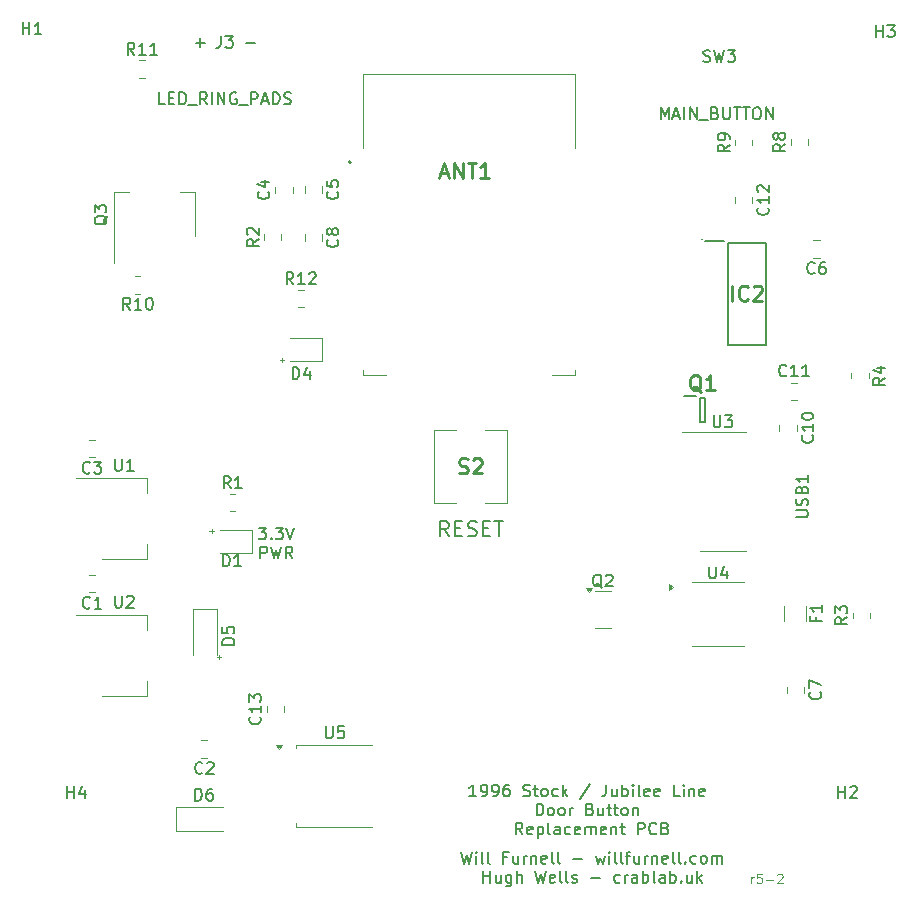
<source format=gbr>
G04 #@! TF.GenerationSoftware,KiCad,Pcbnew,7.0.11-7.0.11~ubuntu22.04.1*
G04 #@! TF.CreationDate,2024-10-06T14:21:28+01:00*
G04 #@! TF.ProjectId,jubileev2,6a756269-6c65-4657-9632-2e6b69636164,rev?*
G04 #@! TF.SameCoordinates,Original*
G04 #@! TF.FileFunction,Legend,Top*
G04 #@! TF.FilePolarity,Positive*
%FSLAX46Y46*%
G04 Gerber Fmt 4.6, Leading zero omitted, Abs format (unit mm)*
G04 Created by KiCad (PCBNEW 7.0.11-7.0.11~ubuntu22.04.1) date 2024-10-06 14:21:28*
%MOMM*%
%LPD*%
G01*
G04 APERTURE LIST*
%ADD10C,0.125000*%
%ADD11C,0.100000*%
%ADD12C,0.150000*%
%ADD13C,0.254000*%
%ADD14C,0.120000*%
%ADD15C,0.200000*%
G04 APERTURE END LIST*
D10*
X98552000Y-72821190D02*
X98575810Y-72845000D01*
X98575810Y-72845000D02*
X98552000Y-72868809D01*
X98552000Y-72868809D02*
X98528191Y-72845000D01*
X98528191Y-72845000D02*
X98552000Y-72821190D01*
X98552000Y-72821190D02*
X98552000Y-72868809D01*
D11*
X102742592Y-127369836D02*
X102742592Y-126836502D01*
X102742592Y-126988883D02*
X102780687Y-126912693D01*
X102780687Y-126912693D02*
X102818782Y-126874598D01*
X102818782Y-126874598D02*
X102894973Y-126836502D01*
X102894973Y-126836502D02*
X102971163Y-126836502D01*
X103618782Y-126569836D02*
X103237830Y-126569836D01*
X103237830Y-126569836D02*
X103199734Y-126950788D01*
X103199734Y-126950788D02*
X103237830Y-126912693D01*
X103237830Y-126912693D02*
X103314020Y-126874598D01*
X103314020Y-126874598D02*
X103504496Y-126874598D01*
X103504496Y-126874598D02*
X103580687Y-126912693D01*
X103580687Y-126912693D02*
X103618782Y-126950788D01*
X103618782Y-126950788D02*
X103656877Y-127026979D01*
X103656877Y-127026979D02*
X103656877Y-127217455D01*
X103656877Y-127217455D02*
X103618782Y-127293645D01*
X103618782Y-127293645D02*
X103580687Y-127331741D01*
X103580687Y-127331741D02*
X103504496Y-127369836D01*
X103504496Y-127369836D02*
X103314020Y-127369836D01*
X103314020Y-127369836D02*
X103237830Y-127331741D01*
X103237830Y-127331741D02*
X103199734Y-127293645D01*
X103999735Y-127065074D02*
X104609259Y-127065074D01*
X104952115Y-126646026D02*
X104990211Y-126607931D01*
X104990211Y-126607931D02*
X105066401Y-126569836D01*
X105066401Y-126569836D02*
X105256877Y-126569836D01*
X105256877Y-126569836D02*
X105333068Y-126607931D01*
X105333068Y-126607931D02*
X105371163Y-126646026D01*
X105371163Y-126646026D02*
X105409258Y-126722217D01*
X105409258Y-126722217D02*
X105409258Y-126798407D01*
X105409258Y-126798407D02*
X105371163Y-126912693D01*
X105371163Y-126912693D02*
X104914020Y-127369836D01*
X104914020Y-127369836D02*
X105409258Y-127369836D01*
D12*
X78209569Y-124702819D02*
X78447664Y-125702819D01*
X78447664Y-125702819D02*
X78638140Y-124988533D01*
X78638140Y-124988533D02*
X78828616Y-125702819D01*
X78828616Y-125702819D02*
X79066712Y-124702819D01*
X79447664Y-125702819D02*
X79447664Y-125036152D01*
X79447664Y-124702819D02*
X79400045Y-124750438D01*
X79400045Y-124750438D02*
X79447664Y-124798057D01*
X79447664Y-124798057D02*
X79495283Y-124750438D01*
X79495283Y-124750438D02*
X79447664Y-124702819D01*
X79447664Y-124702819D02*
X79447664Y-124798057D01*
X80066711Y-125702819D02*
X79971473Y-125655200D01*
X79971473Y-125655200D02*
X79923854Y-125559961D01*
X79923854Y-125559961D02*
X79923854Y-124702819D01*
X80590521Y-125702819D02*
X80495283Y-125655200D01*
X80495283Y-125655200D02*
X80447664Y-125559961D01*
X80447664Y-125559961D02*
X80447664Y-124702819D01*
X82066712Y-125179009D02*
X81733379Y-125179009D01*
X81733379Y-125702819D02*
X81733379Y-124702819D01*
X81733379Y-124702819D02*
X82209569Y-124702819D01*
X83019093Y-125036152D02*
X83019093Y-125702819D01*
X82590522Y-125036152D02*
X82590522Y-125559961D01*
X82590522Y-125559961D02*
X82638141Y-125655200D01*
X82638141Y-125655200D02*
X82733379Y-125702819D01*
X82733379Y-125702819D02*
X82876236Y-125702819D01*
X82876236Y-125702819D02*
X82971474Y-125655200D01*
X82971474Y-125655200D02*
X83019093Y-125607580D01*
X83495284Y-125702819D02*
X83495284Y-125036152D01*
X83495284Y-125226628D02*
X83542903Y-125131390D01*
X83542903Y-125131390D02*
X83590522Y-125083771D01*
X83590522Y-125083771D02*
X83685760Y-125036152D01*
X83685760Y-125036152D02*
X83780998Y-125036152D01*
X84114332Y-125036152D02*
X84114332Y-125702819D01*
X84114332Y-125131390D02*
X84161951Y-125083771D01*
X84161951Y-125083771D02*
X84257189Y-125036152D01*
X84257189Y-125036152D02*
X84400046Y-125036152D01*
X84400046Y-125036152D02*
X84495284Y-125083771D01*
X84495284Y-125083771D02*
X84542903Y-125179009D01*
X84542903Y-125179009D02*
X84542903Y-125702819D01*
X85400046Y-125655200D02*
X85304808Y-125702819D01*
X85304808Y-125702819D02*
X85114332Y-125702819D01*
X85114332Y-125702819D02*
X85019094Y-125655200D01*
X85019094Y-125655200D02*
X84971475Y-125559961D01*
X84971475Y-125559961D02*
X84971475Y-125179009D01*
X84971475Y-125179009D02*
X85019094Y-125083771D01*
X85019094Y-125083771D02*
X85114332Y-125036152D01*
X85114332Y-125036152D02*
X85304808Y-125036152D01*
X85304808Y-125036152D02*
X85400046Y-125083771D01*
X85400046Y-125083771D02*
X85447665Y-125179009D01*
X85447665Y-125179009D02*
X85447665Y-125274247D01*
X85447665Y-125274247D02*
X84971475Y-125369485D01*
X86019094Y-125702819D02*
X85923856Y-125655200D01*
X85923856Y-125655200D02*
X85876237Y-125559961D01*
X85876237Y-125559961D02*
X85876237Y-124702819D01*
X86542904Y-125702819D02*
X86447666Y-125655200D01*
X86447666Y-125655200D02*
X86400047Y-125559961D01*
X86400047Y-125559961D02*
X86400047Y-124702819D01*
X87685762Y-125321866D02*
X88447667Y-125321866D01*
X89590524Y-125036152D02*
X89781000Y-125702819D01*
X89781000Y-125702819D02*
X89971476Y-125226628D01*
X89971476Y-125226628D02*
X90161952Y-125702819D01*
X90161952Y-125702819D02*
X90352428Y-125036152D01*
X90733381Y-125702819D02*
X90733381Y-125036152D01*
X90733381Y-124702819D02*
X90685762Y-124750438D01*
X90685762Y-124750438D02*
X90733381Y-124798057D01*
X90733381Y-124798057D02*
X90781000Y-124750438D01*
X90781000Y-124750438D02*
X90733381Y-124702819D01*
X90733381Y-124702819D02*
X90733381Y-124798057D01*
X91352428Y-125702819D02*
X91257190Y-125655200D01*
X91257190Y-125655200D02*
X91209571Y-125559961D01*
X91209571Y-125559961D02*
X91209571Y-124702819D01*
X91876238Y-125702819D02*
X91781000Y-125655200D01*
X91781000Y-125655200D02*
X91733381Y-125559961D01*
X91733381Y-125559961D02*
X91733381Y-124702819D01*
X92114334Y-125036152D02*
X92495286Y-125036152D01*
X92257191Y-125702819D02*
X92257191Y-124845676D01*
X92257191Y-124845676D02*
X92304810Y-124750438D01*
X92304810Y-124750438D02*
X92400048Y-124702819D01*
X92400048Y-124702819D02*
X92495286Y-124702819D01*
X93257191Y-125036152D02*
X93257191Y-125702819D01*
X92828620Y-125036152D02*
X92828620Y-125559961D01*
X92828620Y-125559961D02*
X92876239Y-125655200D01*
X92876239Y-125655200D02*
X92971477Y-125702819D01*
X92971477Y-125702819D02*
X93114334Y-125702819D01*
X93114334Y-125702819D02*
X93209572Y-125655200D01*
X93209572Y-125655200D02*
X93257191Y-125607580D01*
X93733382Y-125702819D02*
X93733382Y-125036152D01*
X93733382Y-125226628D02*
X93781001Y-125131390D01*
X93781001Y-125131390D02*
X93828620Y-125083771D01*
X93828620Y-125083771D02*
X93923858Y-125036152D01*
X93923858Y-125036152D02*
X94019096Y-125036152D01*
X94352430Y-125036152D02*
X94352430Y-125702819D01*
X94352430Y-125131390D02*
X94400049Y-125083771D01*
X94400049Y-125083771D02*
X94495287Y-125036152D01*
X94495287Y-125036152D02*
X94638144Y-125036152D01*
X94638144Y-125036152D02*
X94733382Y-125083771D01*
X94733382Y-125083771D02*
X94781001Y-125179009D01*
X94781001Y-125179009D02*
X94781001Y-125702819D01*
X95638144Y-125655200D02*
X95542906Y-125702819D01*
X95542906Y-125702819D02*
X95352430Y-125702819D01*
X95352430Y-125702819D02*
X95257192Y-125655200D01*
X95257192Y-125655200D02*
X95209573Y-125559961D01*
X95209573Y-125559961D02*
X95209573Y-125179009D01*
X95209573Y-125179009D02*
X95257192Y-125083771D01*
X95257192Y-125083771D02*
X95352430Y-125036152D01*
X95352430Y-125036152D02*
X95542906Y-125036152D01*
X95542906Y-125036152D02*
X95638144Y-125083771D01*
X95638144Y-125083771D02*
X95685763Y-125179009D01*
X95685763Y-125179009D02*
X95685763Y-125274247D01*
X95685763Y-125274247D02*
X95209573Y-125369485D01*
X96257192Y-125702819D02*
X96161954Y-125655200D01*
X96161954Y-125655200D02*
X96114335Y-125559961D01*
X96114335Y-125559961D02*
X96114335Y-124702819D01*
X96781002Y-125702819D02*
X96685764Y-125655200D01*
X96685764Y-125655200D02*
X96638145Y-125559961D01*
X96638145Y-125559961D02*
X96638145Y-124702819D01*
X97161955Y-125607580D02*
X97209574Y-125655200D01*
X97209574Y-125655200D02*
X97161955Y-125702819D01*
X97161955Y-125702819D02*
X97114336Y-125655200D01*
X97114336Y-125655200D02*
X97161955Y-125607580D01*
X97161955Y-125607580D02*
X97161955Y-125702819D01*
X98066716Y-125655200D02*
X97971478Y-125702819D01*
X97971478Y-125702819D02*
X97781002Y-125702819D01*
X97781002Y-125702819D02*
X97685764Y-125655200D01*
X97685764Y-125655200D02*
X97638145Y-125607580D01*
X97638145Y-125607580D02*
X97590526Y-125512342D01*
X97590526Y-125512342D02*
X97590526Y-125226628D01*
X97590526Y-125226628D02*
X97638145Y-125131390D01*
X97638145Y-125131390D02*
X97685764Y-125083771D01*
X97685764Y-125083771D02*
X97781002Y-125036152D01*
X97781002Y-125036152D02*
X97971478Y-125036152D01*
X97971478Y-125036152D02*
X98066716Y-125083771D01*
X98638145Y-125702819D02*
X98542907Y-125655200D01*
X98542907Y-125655200D02*
X98495288Y-125607580D01*
X98495288Y-125607580D02*
X98447669Y-125512342D01*
X98447669Y-125512342D02*
X98447669Y-125226628D01*
X98447669Y-125226628D02*
X98495288Y-125131390D01*
X98495288Y-125131390D02*
X98542907Y-125083771D01*
X98542907Y-125083771D02*
X98638145Y-125036152D01*
X98638145Y-125036152D02*
X98781002Y-125036152D01*
X98781002Y-125036152D02*
X98876240Y-125083771D01*
X98876240Y-125083771D02*
X98923859Y-125131390D01*
X98923859Y-125131390D02*
X98971478Y-125226628D01*
X98971478Y-125226628D02*
X98971478Y-125512342D01*
X98971478Y-125512342D02*
X98923859Y-125607580D01*
X98923859Y-125607580D02*
X98876240Y-125655200D01*
X98876240Y-125655200D02*
X98781002Y-125702819D01*
X98781002Y-125702819D02*
X98638145Y-125702819D01*
X99400050Y-125702819D02*
X99400050Y-125036152D01*
X99400050Y-125131390D02*
X99447669Y-125083771D01*
X99447669Y-125083771D02*
X99542907Y-125036152D01*
X99542907Y-125036152D02*
X99685764Y-125036152D01*
X99685764Y-125036152D02*
X99781002Y-125083771D01*
X99781002Y-125083771D02*
X99828621Y-125179009D01*
X99828621Y-125179009D02*
X99828621Y-125702819D01*
X99828621Y-125179009D02*
X99876240Y-125083771D01*
X99876240Y-125083771D02*
X99971478Y-125036152D01*
X99971478Y-125036152D02*
X100114335Y-125036152D01*
X100114335Y-125036152D02*
X100209574Y-125083771D01*
X100209574Y-125083771D02*
X100257193Y-125179009D01*
X100257193Y-125179009D02*
X100257193Y-125702819D01*
X80042903Y-127312819D02*
X80042903Y-126312819D01*
X80042903Y-126789009D02*
X80614331Y-126789009D01*
X80614331Y-127312819D02*
X80614331Y-126312819D01*
X81519093Y-126646152D02*
X81519093Y-127312819D01*
X81090522Y-126646152D02*
X81090522Y-127169961D01*
X81090522Y-127169961D02*
X81138141Y-127265200D01*
X81138141Y-127265200D02*
X81233379Y-127312819D01*
X81233379Y-127312819D02*
X81376236Y-127312819D01*
X81376236Y-127312819D02*
X81471474Y-127265200D01*
X81471474Y-127265200D02*
X81519093Y-127217580D01*
X82423855Y-126646152D02*
X82423855Y-127455676D01*
X82423855Y-127455676D02*
X82376236Y-127550914D01*
X82376236Y-127550914D02*
X82328617Y-127598533D01*
X82328617Y-127598533D02*
X82233379Y-127646152D01*
X82233379Y-127646152D02*
X82090522Y-127646152D01*
X82090522Y-127646152D02*
X81995284Y-127598533D01*
X82423855Y-127265200D02*
X82328617Y-127312819D01*
X82328617Y-127312819D02*
X82138141Y-127312819D01*
X82138141Y-127312819D02*
X82042903Y-127265200D01*
X82042903Y-127265200D02*
X81995284Y-127217580D01*
X81995284Y-127217580D02*
X81947665Y-127122342D01*
X81947665Y-127122342D02*
X81947665Y-126836628D01*
X81947665Y-126836628D02*
X81995284Y-126741390D01*
X81995284Y-126741390D02*
X82042903Y-126693771D01*
X82042903Y-126693771D02*
X82138141Y-126646152D01*
X82138141Y-126646152D02*
X82328617Y-126646152D01*
X82328617Y-126646152D02*
X82423855Y-126693771D01*
X82900046Y-127312819D02*
X82900046Y-126312819D01*
X83328617Y-127312819D02*
X83328617Y-126789009D01*
X83328617Y-126789009D02*
X83280998Y-126693771D01*
X83280998Y-126693771D02*
X83185760Y-126646152D01*
X83185760Y-126646152D02*
X83042903Y-126646152D01*
X83042903Y-126646152D02*
X82947665Y-126693771D01*
X82947665Y-126693771D02*
X82900046Y-126741390D01*
X84471475Y-126312819D02*
X84709570Y-127312819D01*
X84709570Y-127312819D02*
X84900046Y-126598533D01*
X84900046Y-126598533D02*
X85090522Y-127312819D01*
X85090522Y-127312819D02*
X85328618Y-126312819D01*
X86090522Y-127265200D02*
X85995284Y-127312819D01*
X85995284Y-127312819D02*
X85804808Y-127312819D01*
X85804808Y-127312819D02*
X85709570Y-127265200D01*
X85709570Y-127265200D02*
X85661951Y-127169961D01*
X85661951Y-127169961D02*
X85661951Y-126789009D01*
X85661951Y-126789009D02*
X85709570Y-126693771D01*
X85709570Y-126693771D02*
X85804808Y-126646152D01*
X85804808Y-126646152D02*
X85995284Y-126646152D01*
X85995284Y-126646152D02*
X86090522Y-126693771D01*
X86090522Y-126693771D02*
X86138141Y-126789009D01*
X86138141Y-126789009D02*
X86138141Y-126884247D01*
X86138141Y-126884247D02*
X85661951Y-126979485D01*
X86709570Y-127312819D02*
X86614332Y-127265200D01*
X86614332Y-127265200D02*
X86566713Y-127169961D01*
X86566713Y-127169961D02*
X86566713Y-126312819D01*
X87233380Y-127312819D02*
X87138142Y-127265200D01*
X87138142Y-127265200D02*
X87090523Y-127169961D01*
X87090523Y-127169961D02*
X87090523Y-126312819D01*
X87566714Y-127265200D02*
X87661952Y-127312819D01*
X87661952Y-127312819D02*
X87852428Y-127312819D01*
X87852428Y-127312819D02*
X87947666Y-127265200D01*
X87947666Y-127265200D02*
X87995285Y-127169961D01*
X87995285Y-127169961D02*
X87995285Y-127122342D01*
X87995285Y-127122342D02*
X87947666Y-127027104D01*
X87947666Y-127027104D02*
X87852428Y-126979485D01*
X87852428Y-126979485D02*
X87709571Y-126979485D01*
X87709571Y-126979485D02*
X87614333Y-126931866D01*
X87614333Y-126931866D02*
X87566714Y-126836628D01*
X87566714Y-126836628D02*
X87566714Y-126789009D01*
X87566714Y-126789009D02*
X87614333Y-126693771D01*
X87614333Y-126693771D02*
X87709571Y-126646152D01*
X87709571Y-126646152D02*
X87852428Y-126646152D01*
X87852428Y-126646152D02*
X87947666Y-126693771D01*
X89185762Y-126931866D02*
X89947667Y-126931866D01*
X91614333Y-127265200D02*
X91519095Y-127312819D01*
X91519095Y-127312819D02*
X91328619Y-127312819D01*
X91328619Y-127312819D02*
X91233381Y-127265200D01*
X91233381Y-127265200D02*
X91185762Y-127217580D01*
X91185762Y-127217580D02*
X91138143Y-127122342D01*
X91138143Y-127122342D02*
X91138143Y-126836628D01*
X91138143Y-126836628D02*
X91185762Y-126741390D01*
X91185762Y-126741390D02*
X91233381Y-126693771D01*
X91233381Y-126693771D02*
X91328619Y-126646152D01*
X91328619Y-126646152D02*
X91519095Y-126646152D01*
X91519095Y-126646152D02*
X91614333Y-126693771D01*
X92042905Y-127312819D02*
X92042905Y-126646152D01*
X92042905Y-126836628D02*
X92090524Y-126741390D01*
X92090524Y-126741390D02*
X92138143Y-126693771D01*
X92138143Y-126693771D02*
X92233381Y-126646152D01*
X92233381Y-126646152D02*
X92328619Y-126646152D01*
X93090524Y-127312819D02*
X93090524Y-126789009D01*
X93090524Y-126789009D02*
X93042905Y-126693771D01*
X93042905Y-126693771D02*
X92947667Y-126646152D01*
X92947667Y-126646152D02*
X92757191Y-126646152D01*
X92757191Y-126646152D02*
X92661953Y-126693771D01*
X93090524Y-127265200D02*
X92995286Y-127312819D01*
X92995286Y-127312819D02*
X92757191Y-127312819D01*
X92757191Y-127312819D02*
X92661953Y-127265200D01*
X92661953Y-127265200D02*
X92614334Y-127169961D01*
X92614334Y-127169961D02*
X92614334Y-127074723D01*
X92614334Y-127074723D02*
X92661953Y-126979485D01*
X92661953Y-126979485D02*
X92757191Y-126931866D01*
X92757191Y-126931866D02*
X92995286Y-126931866D01*
X92995286Y-126931866D02*
X93090524Y-126884247D01*
X93566715Y-127312819D02*
X93566715Y-126312819D01*
X93566715Y-126693771D02*
X93661953Y-126646152D01*
X93661953Y-126646152D02*
X93852429Y-126646152D01*
X93852429Y-126646152D02*
X93947667Y-126693771D01*
X93947667Y-126693771D02*
X93995286Y-126741390D01*
X93995286Y-126741390D02*
X94042905Y-126836628D01*
X94042905Y-126836628D02*
X94042905Y-127122342D01*
X94042905Y-127122342D02*
X93995286Y-127217580D01*
X93995286Y-127217580D02*
X93947667Y-127265200D01*
X93947667Y-127265200D02*
X93852429Y-127312819D01*
X93852429Y-127312819D02*
X93661953Y-127312819D01*
X93661953Y-127312819D02*
X93566715Y-127265200D01*
X94614334Y-127312819D02*
X94519096Y-127265200D01*
X94519096Y-127265200D02*
X94471477Y-127169961D01*
X94471477Y-127169961D02*
X94471477Y-126312819D01*
X95423858Y-127312819D02*
X95423858Y-126789009D01*
X95423858Y-126789009D02*
X95376239Y-126693771D01*
X95376239Y-126693771D02*
X95281001Y-126646152D01*
X95281001Y-126646152D02*
X95090525Y-126646152D01*
X95090525Y-126646152D02*
X94995287Y-126693771D01*
X95423858Y-127265200D02*
X95328620Y-127312819D01*
X95328620Y-127312819D02*
X95090525Y-127312819D01*
X95090525Y-127312819D02*
X94995287Y-127265200D01*
X94995287Y-127265200D02*
X94947668Y-127169961D01*
X94947668Y-127169961D02*
X94947668Y-127074723D01*
X94947668Y-127074723D02*
X94995287Y-126979485D01*
X94995287Y-126979485D02*
X95090525Y-126931866D01*
X95090525Y-126931866D02*
X95328620Y-126931866D01*
X95328620Y-126931866D02*
X95423858Y-126884247D01*
X95900049Y-127312819D02*
X95900049Y-126312819D01*
X95900049Y-126693771D02*
X95995287Y-126646152D01*
X95995287Y-126646152D02*
X96185763Y-126646152D01*
X96185763Y-126646152D02*
X96281001Y-126693771D01*
X96281001Y-126693771D02*
X96328620Y-126741390D01*
X96328620Y-126741390D02*
X96376239Y-126836628D01*
X96376239Y-126836628D02*
X96376239Y-127122342D01*
X96376239Y-127122342D02*
X96328620Y-127217580D01*
X96328620Y-127217580D02*
X96281001Y-127265200D01*
X96281001Y-127265200D02*
X96185763Y-127312819D01*
X96185763Y-127312819D02*
X95995287Y-127312819D01*
X95995287Y-127312819D02*
X95900049Y-127265200D01*
X96804811Y-127217580D02*
X96852430Y-127265200D01*
X96852430Y-127265200D02*
X96804811Y-127312819D01*
X96804811Y-127312819D02*
X96757192Y-127265200D01*
X96757192Y-127265200D02*
X96804811Y-127217580D01*
X96804811Y-127217580D02*
X96804811Y-127312819D01*
X97709572Y-126646152D02*
X97709572Y-127312819D01*
X97281001Y-126646152D02*
X97281001Y-127169961D01*
X97281001Y-127169961D02*
X97328620Y-127265200D01*
X97328620Y-127265200D02*
X97423858Y-127312819D01*
X97423858Y-127312819D02*
X97566715Y-127312819D01*
X97566715Y-127312819D02*
X97661953Y-127265200D01*
X97661953Y-127265200D02*
X97709572Y-127217580D01*
X98185763Y-127312819D02*
X98185763Y-126312819D01*
X98281001Y-126931866D02*
X98566715Y-127312819D01*
X98566715Y-126646152D02*
X98185763Y-127027104D01*
X61041810Y-97262819D02*
X61660857Y-97262819D01*
X61660857Y-97262819D02*
X61327524Y-97643771D01*
X61327524Y-97643771D02*
X61470381Y-97643771D01*
X61470381Y-97643771D02*
X61565619Y-97691390D01*
X61565619Y-97691390D02*
X61613238Y-97739009D01*
X61613238Y-97739009D02*
X61660857Y-97834247D01*
X61660857Y-97834247D02*
X61660857Y-98072342D01*
X61660857Y-98072342D02*
X61613238Y-98167580D01*
X61613238Y-98167580D02*
X61565619Y-98215200D01*
X61565619Y-98215200D02*
X61470381Y-98262819D01*
X61470381Y-98262819D02*
X61184667Y-98262819D01*
X61184667Y-98262819D02*
X61089429Y-98215200D01*
X61089429Y-98215200D02*
X61041810Y-98167580D01*
X62089429Y-98167580D02*
X62137048Y-98215200D01*
X62137048Y-98215200D02*
X62089429Y-98262819D01*
X62089429Y-98262819D02*
X62041810Y-98215200D01*
X62041810Y-98215200D02*
X62089429Y-98167580D01*
X62089429Y-98167580D02*
X62089429Y-98262819D01*
X62470381Y-97262819D02*
X63089428Y-97262819D01*
X63089428Y-97262819D02*
X62756095Y-97643771D01*
X62756095Y-97643771D02*
X62898952Y-97643771D01*
X62898952Y-97643771D02*
X62994190Y-97691390D01*
X62994190Y-97691390D02*
X63041809Y-97739009D01*
X63041809Y-97739009D02*
X63089428Y-97834247D01*
X63089428Y-97834247D02*
X63089428Y-98072342D01*
X63089428Y-98072342D02*
X63041809Y-98167580D01*
X63041809Y-98167580D02*
X62994190Y-98215200D01*
X62994190Y-98215200D02*
X62898952Y-98262819D01*
X62898952Y-98262819D02*
X62613238Y-98262819D01*
X62613238Y-98262819D02*
X62518000Y-98215200D01*
X62518000Y-98215200D02*
X62470381Y-98167580D01*
X63375143Y-97262819D02*
X63708476Y-98262819D01*
X63708476Y-98262819D02*
X64041809Y-97262819D01*
X61184667Y-99872819D02*
X61184667Y-98872819D01*
X61184667Y-98872819D02*
X61565619Y-98872819D01*
X61565619Y-98872819D02*
X61660857Y-98920438D01*
X61660857Y-98920438D02*
X61708476Y-98968057D01*
X61708476Y-98968057D02*
X61756095Y-99063295D01*
X61756095Y-99063295D02*
X61756095Y-99206152D01*
X61756095Y-99206152D02*
X61708476Y-99301390D01*
X61708476Y-99301390D02*
X61660857Y-99349009D01*
X61660857Y-99349009D02*
X61565619Y-99396628D01*
X61565619Y-99396628D02*
X61184667Y-99396628D01*
X62089429Y-98872819D02*
X62327524Y-99872819D01*
X62327524Y-99872819D02*
X62518000Y-99158533D01*
X62518000Y-99158533D02*
X62708476Y-99872819D01*
X62708476Y-99872819D02*
X62946572Y-98872819D01*
X63898952Y-99872819D02*
X63565619Y-99396628D01*
X63327524Y-99872819D02*
X63327524Y-98872819D01*
X63327524Y-98872819D02*
X63708476Y-98872819D01*
X63708476Y-98872819D02*
X63803714Y-98920438D01*
X63803714Y-98920438D02*
X63851333Y-98968057D01*
X63851333Y-98968057D02*
X63898952Y-99063295D01*
X63898952Y-99063295D02*
X63898952Y-99206152D01*
X63898952Y-99206152D02*
X63851333Y-99301390D01*
X63851333Y-99301390D02*
X63803714Y-99349009D01*
X63803714Y-99349009D02*
X63708476Y-99396628D01*
X63708476Y-99396628D02*
X63327524Y-99396628D01*
D10*
X57467523Y-108238333D02*
X57848476Y-108238333D01*
X57657999Y-108428809D02*
X57657999Y-108047857D01*
X62801523Y-83092333D02*
X63182476Y-83092333D01*
X62991999Y-83282809D02*
X62991999Y-82901857D01*
X57057333Y-97726476D02*
X57057333Y-97345524D01*
X57247809Y-97536000D02*
X56866857Y-97536000D01*
D12*
X79445962Y-120019961D02*
X78874534Y-120019961D01*
X79160248Y-120019961D02*
X79160248Y-119019961D01*
X79160248Y-119019961D02*
X79065010Y-119162818D01*
X79065010Y-119162818D02*
X78969772Y-119258056D01*
X78969772Y-119258056D02*
X78874534Y-119305675D01*
X79922153Y-120019961D02*
X80112629Y-120019961D01*
X80112629Y-120019961D02*
X80207867Y-119972342D01*
X80207867Y-119972342D02*
X80255486Y-119924722D01*
X80255486Y-119924722D02*
X80350724Y-119781865D01*
X80350724Y-119781865D02*
X80398343Y-119591389D01*
X80398343Y-119591389D02*
X80398343Y-119210437D01*
X80398343Y-119210437D02*
X80350724Y-119115199D01*
X80350724Y-119115199D02*
X80303105Y-119067580D01*
X80303105Y-119067580D02*
X80207867Y-119019961D01*
X80207867Y-119019961D02*
X80017391Y-119019961D01*
X80017391Y-119019961D02*
X79922153Y-119067580D01*
X79922153Y-119067580D02*
X79874534Y-119115199D01*
X79874534Y-119115199D02*
X79826915Y-119210437D01*
X79826915Y-119210437D02*
X79826915Y-119448532D01*
X79826915Y-119448532D02*
X79874534Y-119543770D01*
X79874534Y-119543770D02*
X79922153Y-119591389D01*
X79922153Y-119591389D02*
X80017391Y-119639008D01*
X80017391Y-119639008D02*
X80207867Y-119639008D01*
X80207867Y-119639008D02*
X80303105Y-119591389D01*
X80303105Y-119591389D02*
X80350724Y-119543770D01*
X80350724Y-119543770D02*
X80398343Y-119448532D01*
X80874534Y-120019961D02*
X81065010Y-120019961D01*
X81065010Y-120019961D02*
X81160248Y-119972342D01*
X81160248Y-119972342D02*
X81207867Y-119924722D01*
X81207867Y-119924722D02*
X81303105Y-119781865D01*
X81303105Y-119781865D02*
X81350724Y-119591389D01*
X81350724Y-119591389D02*
X81350724Y-119210437D01*
X81350724Y-119210437D02*
X81303105Y-119115199D01*
X81303105Y-119115199D02*
X81255486Y-119067580D01*
X81255486Y-119067580D02*
X81160248Y-119019961D01*
X81160248Y-119019961D02*
X80969772Y-119019961D01*
X80969772Y-119019961D02*
X80874534Y-119067580D01*
X80874534Y-119067580D02*
X80826915Y-119115199D01*
X80826915Y-119115199D02*
X80779296Y-119210437D01*
X80779296Y-119210437D02*
X80779296Y-119448532D01*
X80779296Y-119448532D02*
X80826915Y-119543770D01*
X80826915Y-119543770D02*
X80874534Y-119591389D01*
X80874534Y-119591389D02*
X80969772Y-119639008D01*
X80969772Y-119639008D02*
X81160248Y-119639008D01*
X81160248Y-119639008D02*
X81255486Y-119591389D01*
X81255486Y-119591389D02*
X81303105Y-119543770D01*
X81303105Y-119543770D02*
X81350724Y-119448532D01*
X82207867Y-119019961D02*
X82017391Y-119019961D01*
X82017391Y-119019961D02*
X81922153Y-119067580D01*
X81922153Y-119067580D02*
X81874534Y-119115199D01*
X81874534Y-119115199D02*
X81779296Y-119258056D01*
X81779296Y-119258056D02*
X81731677Y-119448532D01*
X81731677Y-119448532D02*
X81731677Y-119829484D01*
X81731677Y-119829484D02*
X81779296Y-119924722D01*
X81779296Y-119924722D02*
X81826915Y-119972342D01*
X81826915Y-119972342D02*
X81922153Y-120019961D01*
X81922153Y-120019961D02*
X82112629Y-120019961D01*
X82112629Y-120019961D02*
X82207867Y-119972342D01*
X82207867Y-119972342D02*
X82255486Y-119924722D01*
X82255486Y-119924722D02*
X82303105Y-119829484D01*
X82303105Y-119829484D02*
X82303105Y-119591389D01*
X82303105Y-119591389D02*
X82255486Y-119496151D01*
X82255486Y-119496151D02*
X82207867Y-119448532D01*
X82207867Y-119448532D02*
X82112629Y-119400913D01*
X82112629Y-119400913D02*
X81922153Y-119400913D01*
X81922153Y-119400913D02*
X81826915Y-119448532D01*
X81826915Y-119448532D02*
X81779296Y-119496151D01*
X81779296Y-119496151D02*
X81731677Y-119591389D01*
X83445963Y-119972342D02*
X83588820Y-120019961D01*
X83588820Y-120019961D02*
X83826915Y-120019961D01*
X83826915Y-120019961D02*
X83922153Y-119972342D01*
X83922153Y-119972342D02*
X83969772Y-119924722D01*
X83969772Y-119924722D02*
X84017391Y-119829484D01*
X84017391Y-119829484D02*
X84017391Y-119734246D01*
X84017391Y-119734246D02*
X83969772Y-119639008D01*
X83969772Y-119639008D02*
X83922153Y-119591389D01*
X83922153Y-119591389D02*
X83826915Y-119543770D01*
X83826915Y-119543770D02*
X83636439Y-119496151D01*
X83636439Y-119496151D02*
X83541201Y-119448532D01*
X83541201Y-119448532D02*
X83493582Y-119400913D01*
X83493582Y-119400913D02*
X83445963Y-119305675D01*
X83445963Y-119305675D02*
X83445963Y-119210437D01*
X83445963Y-119210437D02*
X83493582Y-119115199D01*
X83493582Y-119115199D02*
X83541201Y-119067580D01*
X83541201Y-119067580D02*
X83636439Y-119019961D01*
X83636439Y-119019961D02*
X83874534Y-119019961D01*
X83874534Y-119019961D02*
X84017391Y-119067580D01*
X84303106Y-119353294D02*
X84684058Y-119353294D01*
X84445963Y-119019961D02*
X84445963Y-119877103D01*
X84445963Y-119877103D02*
X84493582Y-119972342D01*
X84493582Y-119972342D02*
X84588820Y-120019961D01*
X84588820Y-120019961D02*
X84684058Y-120019961D01*
X85160249Y-120019961D02*
X85065011Y-119972342D01*
X85065011Y-119972342D02*
X85017392Y-119924722D01*
X85017392Y-119924722D02*
X84969773Y-119829484D01*
X84969773Y-119829484D02*
X84969773Y-119543770D01*
X84969773Y-119543770D02*
X85017392Y-119448532D01*
X85017392Y-119448532D02*
X85065011Y-119400913D01*
X85065011Y-119400913D02*
X85160249Y-119353294D01*
X85160249Y-119353294D02*
X85303106Y-119353294D01*
X85303106Y-119353294D02*
X85398344Y-119400913D01*
X85398344Y-119400913D02*
X85445963Y-119448532D01*
X85445963Y-119448532D02*
X85493582Y-119543770D01*
X85493582Y-119543770D02*
X85493582Y-119829484D01*
X85493582Y-119829484D02*
X85445963Y-119924722D01*
X85445963Y-119924722D02*
X85398344Y-119972342D01*
X85398344Y-119972342D02*
X85303106Y-120019961D01*
X85303106Y-120019961D02*
X85160249Y-120019961D01*
X86350725Y-119972342D02*
X86255487Y-120019961D01*
X86255487Y-120019961D02*
X86065011Y-120019961D01*
X86065011Y-120019961D02*
X85969773Y-119972342D01*
X85969773Y-119972342D02*
X85922154Y-119924722D01*
X85922154Y-119924722D02*
X85874535Y-119829484D01*
X85874535Y-119829484D02*
X85874535Y-119543770D01*
X85874535Y-119543770D02*
X85922154Y-119448532D01*
X85922154Y-119448532D02*
X85969773Y-119400913D01*
X85969773Y-119400913D02*
X86065011Y-119353294D01*
X86065011Y-119353294D02*
X86255487Y-119353294D01*
X86255487Y-119353294D02*
X86350725Y-119400913D01*
X86779297Y-120019961D02*
X86779297Y-119019961D01*
X86874535Y-119639008D02*
X87160249Y-120019961D01*
X87160249Y-119353294D02*
X86779297Y-119734246D01*
X89065011Y-118972342D02*
X88207869Y-120258056D01*
X90445964Y-119019961D02*
X90445964Y-119734246D01*
X90445964Y-119734246D02*
X90398345Y-119877103D01*
X90398345Y-119877103D02*
X90303107Y-119972342D01*
X90303107Y-119972342D02*
X90160250Y-120019961D01*
X90160250Y-120019961D02*
X90065012Y-120019961D01*
X91350726Y-119353294D02*
X91350726Y-120019961D01*
X90922155Y-119353294D02*
X90922155Y-119877103D01*
X90922155Y-119877103D02*
X90969774Y-119972342D01*
X90969774Y-119972342D02*
X91065012Y-120019961D01*
X91065012Y-120019961D02*
X91207869Y-120019961D01*
X91207869Y-120019961D02*
X91303107Y-119972342D01*
X91303107Y-119972342D02*
X91350726Y-119924722D01*
X91826917Y-120019961D02*
X91826917Y-119019961D01*
X91826917Y-119400913D02*
X91922155Y-119353294D01*
X91922155Y-119353294D02*
X92112631Y-119353294D01*
X92112631Y-119353294D02*
X92207869Y-119400913D01*
X92207869Y-119400913D02*
X92255488Y-119448532D01*
X92255488Y-119448532D02*
X92303107Y-119543770D01*
X92303107Y-119543770D02*
X92303107Y-119829484D01*
X92303107Y-119829484D02*
X92255488Y-119924722D01*
X92255488Y-119924722D02*
X92207869Y-119972342D01*
X92207869Y-119972342D02*
X92112631Y-120019961D01*
X92112631Y-120019961D02*
X91922155Y-120019961D01*
X91922155Y-120019961D02*
X91826917Y-119972342D01*
X92731679Y-120019961D02*
X92731679Y-119353294D01*
X92731679Y-119019961D02*
X92684060Y-119067580D01*
X92684060Y-119067580D02*
X92731679Y-119115199D01*
X92731679Y-119115199D02*
X92779298Y-119067580D01*
X92779298Y-119067580D02*
X92731679Y-119019961D01*
X92731679Y-119019961D02*
X92731679Y-119115199D01*
X93350726Y-120019961D02*
X93255488Y-119972342D01*
X93255488Y-119972342D02*
X93207869Y-119877103D01*
X93207869Y-119877103D02*
X93207869Y-119019961D01*
X94112631Y-119972342D02*
X94017393Y-120019961D01*
X94017393Y-120019961D02*
X93826917Y-120019961D01*
X93826917Y-120019961D02*
X93731679Y-119972342D01*
X93731679Y-119972342D02*
X93684060Y-119877103D01*
X93684060Y-119877103D02*
X93684060Y-119496151D01*
X93684060Y-119496151D02*
X93731679Y-119400913D01*
X93731679Y-119400913D02*
X93826917Y-119353294D01*
X93826917Y-119353294D02*
X94017393Y-119353294D01*
X94017393Y-119353294D02*
X94112631Y-119400913D01*
X94112631Y-119400913D02*
X94160250Y-119496151D01*
X94160250Y-119496151D02*
X94160250Y-119591389D01*
X94160250Y-119591389D02*
X93684060Y-119686627D01*
X94969774Y-119972342D02*
X94874536Y-120019961D01*
X94874536Y-120019961D02*
X94684060Y-120019961D01*
X94684060Y-120019961D02*
X94588822Y-119972342D01*
X94588822Y-119972342D02*
X94541203Y-119877103D01*
X94541203Y-119877103D02*
X94541203Y-119496151D01*
X94541203Y-119496151D02*
X94588822Y-119400913D01*
X94588822Y-119400913D02*
X94684060Y-119353294D01*
X94684060Y-119353294D02*
X94874536Y-119353294D01*
X94874536Y-119353294D02*
X94969774Y-119400913D01*
X94969774Y-119400913D02*
X95017393Y-119496151D01*
X95017393Y-119496151D02*
X95017393Y-119591389D01*
X95017393Y-119591389D02*
X94541203Y-119686627D01*
X96684060Y-120019961D02*
X96207870Y-120019961D01*
X96207870Y-120019961D02*
X96207870Y-119019961D01*
X97017394Y-120019961D02*
X97017394Y-119353294D01*
X97017394Y-119019961D02*
X96969775Y-119067580D01*
X96969775Y-119067580D02*
X97017394Y-119115199D01*
X97017394Y-119115199D02*
X97065013Y-119067580D01*
X97065013Y-119067580D02*
X97017394Y-119019961D01*
X97017394Y-119019961D02*
X97017394Y-119115199D01*
X97493584Y-119353294D02*
X97493584Y-120019961D01*
X97493584Y-119448532D02*
X97541203Y-119400913D01*
X97541203Y-119400913D02*
X97636441Y-119353294D01*
X97636441Y-119353294D02*
X97779298Y-119353294D01*
X97779298Y-119353294D02*
X97874536Y-119400913D01*
X97874536Y-119400913D02*
X97922155Y-119496151D01*
X97922155Y-119496151D02*
X97922155Y-120019961D01*
X98779298Y-119972342D02*
X98684060Y-120019961D01*
X98684060Y-120019961D02*
X98493584Y-120019961D01*
X98493584Y-120019961D02*
X98398346Y-119972342D01*
X98398346Y-119972342D02*
X98350727Y-119877103D01*
X98350727Y-119877103D02*
X98350727Y-119496151D01*
X98350727Y-119496151D02*
X98398346Y-119400913D01*
X98398346Y-119400913D02*
X98493584Y-119353294D01*
X98493584Y-119353294D02*
X98684060Y-119353294D01*
X98684060Y-119353294D02*
X98779298Y-119400913D01*
X98779298Y-119400913D02*
X98826917Y-119496151D01*
X98826917Y-119496151D02*
X98826917Y-119591389D01*
X98826917Y-119591389D02*
X98350727Y-119686627D01*
X84565010Y-121629961D02*
X84565010Y-120629961D01*
X84565010Y-120629961D02*
X84803105Y-120629961D01*
X84803105Y-120629961D02*
X84945962Y-120677580D01*
X84945962Y-120677580D02*
X85041200Y-120772818D01*
X85041200Y-120772818D02*
X85088819Y-120868056D01*
X85088819Y-120868056D02*
X85136438Y-121058532D01*
X85136438Y-121058532D02*
X85136438Y-121201389D01*
X85136438Y-121201389D02*
X85088819Y-121391865D01*
X85088819Y-121391865D02*
X85041200Y-121487103D01*
X85041200Y-121487103D02*
X84945962Y-121582342D01*
X84945962Y-121582342D02*
X84803105Y-121629961D01*
X84803105Y-121629961D02*
X84565010Y-121629961D01*
X85707867Y-121629961D02*
X85612629Y-121582342D01*
X85612629Y-121582342D02*
X85565010Y-121534722D01*
X85565010Y-121534722D02*
X85517391Y-121439484D01*
X85517391Y-121439484D02*
X85517391Y-121153770D01*
X85517391Y-121153770D02*
X85565010Y-121058532D01*
X85565010Y-121058532D02*
X85612629Y-121010913D01*
X85612629Y-121010913D02*
X85707867Y-120963294D01*
X85707867Y-120963294D02*
X85850724Y-120963294D01*
X85850724Y-120963294D02*
X85945962Y-121010913D01*
X85945962Y-121010913D02*
X85993581Y-121058532D01*
X85993581Y-121058532D02*
X86041200Y-121153770D01*
X86041200Y-121153770D02*
X86041200Y-121439484D01*
X86041200Y-121439484D02*
X85993581Y-121534722D01*
X85993581Y-121534722D02*
X85945962Y-121582342D01*
X85945962Y-121582342D02*
X85850724Y-121629961D01*
X85850724Y-121629961D02*
X85707867Y-121629961D01*
X86612629Y-121629961D02*
X86517391Y-121582342D01*
X86517391Y-121582342D02*
X86469772Y-121534722D01*
X86469772Y-121534722D02*
X86422153Y-121439484D01*
X86422153Y-121439484D02*
X86422153Y-121153770D01*
X86422153Y-121153770D02*
X86469772Y-121058532D01*
X86469772Y-121058532D02*
X86517391Y-121010913D01*
X86517391Y-121010913D02*
X86612629Y-120963294D01*
X86612629Y-120963294D02*
X86755486Y-120963294D01*
X86755486Y-120963294D02*
X86850724Y-121010913D01*
X86850724Y-121010913D02*
X86898343Y-121058532D01*
X86898343Y-121058532D02*
X86945962Y-121153770D01*
X86945962Y-121153770D02*
X86945962Y-121439484D01*
X86945962Y-121439484D02*
X86898343Y-121534722D01*
X86898343Y-121534722D02*
X86850724Y-121582342D01*
X86850724Y-121582342D02*
X86755486Y-121629961D01*
X86755486Y-121629961D02*
X86612629Y-121629961D01*
X87374534Y-121629961D02*
X87374534Y-120963294D01*
X87374534Y-121153770D02*
X87422153Y-121058532D01*
X87422153Y-121058532D02*
X87469772Y-121010913D01*
X87469772Y-121010913D02*
X87565010Y-120963294D01*
X87565010Y-120963294D02*
X87660248Y-120963294D01*
X89088820Y-121106151D02*
X89231677Y-121153770D01*
X89231677Y-121153770D02*
X89279296Y-121201389D01*
X89279296Y-121201389D02*
X89326915Y-121296627D01*
X89326915Y-121296627D02*
X89326915Y-121439484D01*
X89326915Y-121439484D02*
X89279296Y-121534722D01*
X89279296Y-121534722D02*
X89231677Y-121582342D01*
X89231677Y-121582342D02*
X89136439Y-121629961D01*
X89136439Y-121629961D02*
X88755487Y-121629961D01*
X88755487Y-121629961D02*
X88755487Y-120629961D01*
X88755487Y-120629961D02*
X89088820Y-120629961D01*
X89088820Y-120629961D02*
X89184058Y-120677580D01*
X89184058Y-120677580D02*
X89231677Y-120725199D01*
X89231677Y-120725199D02*
X89279296Y-120820437D01*
X89279296Y-120820437D02*
X89279296Y-120915675D01*
X89279296Y-120915675D02*
X89231677Y-121010913D01*
X89231677Y-121010913D02*
X89184058Y-121058532D01*
X89184058Y-121058532D02*
X89088820Y-121106151D01*
X89088820Y-121106151D02*
X88755487Y-121106151D01*
X90184058Y-120963294D02*
X90184058Y-121629961D01*
X89755487Y-120963294D02*
X89755487Y-121487103D01*
X89755487Y-121487103D02*
X89803106Y-121582342D01*
X89803106Y-121582342D02*
X89898344Y-121629961D01*
X89898344Y-121629961D02*
X90041201Y-121629961D01*
X90041201Y-121629961D02*
X90136439Y-121582342D01*
X90136439Y-121582342D02*
X90184058Y-121534722D01*
X90517392Y-120963294D02*
X90898344Y-120963294D01*
X90660249Y-120629961D02*
X90660249Y-121487103D01*
X90660249Y-121487103D02*
X90707868Y-121582342D01*
X90707868Y-121582342D02*
X90803106Y-121629961D01*
X90803106Y-121629961D02*
X90898344Y-121629961D01*
X91088821Y-120963294D02*
X91469773Y-120963294D01*
X91231678Y-120629961D02*
X91231678Y-121487103D01*
X91231678Y-121487103D02*
X91279297Y-121582342D01*
X91279297Y-121582342D02*
X91374535Y-121629961D01*
X91374535Y-121629961D02*
X91469773Y-121629961D01*
X91945964Y-121629961D02*
X91850726Y-121582342D01*
X91850726Y-121582342D02*
X91803107Y-121534722D01*
X91803107Y-121534722D02*
X91755488Y-121439484D01*
X91755488Y-121439484D02*
X91755488Y-121153770D01*
X91755488Y-121153770D02*
X91803107Y-121058532D01*
X91803107Y-121058532D02*
X91850726Y-121010913D01*
X91850726Y-121010913D02*
X91945964Y-120963294D01*
X91945964Y-120963294D02*
X92088821Y-120963294D01*
X92088821Y-120963294D02*
X92184059Y-121010913D01*
X92184059Y-121010913D02*
X92231678Y-121058532D01*
X92231678Y-121058532D02*
X92279297Y-121153770D01*
X92279297Y-121153770D02*
X92279297Y-121439484D01*
X92279297Y-121439484D02*
X92231678Y-121534722D01*
X92231678Y-121534722D02*
X92184059Y-121582342D01*
X92184059Y-121582342D02*
X92088821Y-121629961D01*
X92088821Y-121629961D02*
X91945964Y-121629961D01*
X92707869Y-120963294D02*
X92707869Y-121629961D01*
X92707869Y-121058532D02*
X92755488Y-121010913D01*
X92755488Y-121010913D02*
X92850726Y-120963294D01*
X92850726Y-120963294D02*
X92993583Y-120963294D01*
X92993583Y-120963294D02*
X93088821Y-121010913D01*
X93088821Y-121010913D02*
X93136440Y-121106151D01*
X93136440Y-121106151D02*
X93136440Y-121629961D01*
X83374534Y-123239961D02*
X83041201Y-122763770D01*
X82803106Y-123239961D02*
X82803106Y-122239961D01*
X82803106Y-122239961D02*
X83184058Y-122239961D01*
X83184058Y-122239961D02*
X83279296Y-122287580D01*
X83279296Y-122287580D02*
X83326915Y-122335199D01*
X83326915Y-122335199D02*
X83374534Y-122430437D01*
X83374534Y-122430437D02*
X83374534Y-122573294D01*
X83374534Y-122573294D02*
X83326915Y-122668532D01*
X83326915Y-122668532D02*
X83279296Y-122716151D01*
X83279296Y-122716151D02*
X83184058Y-122763770D01*
X83184058Y-122763770D02*
X82803106Y-122763770D01*
X84184058Y-123192342D02*
X84088820Y-123239961D01*
X84088820Y-123239961D02*
X83898344Y-123239961D01*
X83898344Y-123239961D02*
X83803106Y-123192342D01*
X83803106Y-123192342D02*
X83755487Y-123097103D01*
X83755487Y-123097103D02*
X83755487Y-122716151D01*
X83755487Y-122716151D02*
X83803106Y-122620913D01*
X83803106Y-122620913D02*
X83898344Y-122573294D01*
X83898344Y-122573294D02*
X84088820Y-122573294D01*
X84088820Y-122573294D02*
X84184058Y-122620913D01*
X84184058Y-122620913D02*
X84231677Y-122716151D01*
X84231677Y-122716151D02*
X84231677Y-122811389D01*
X84231677Y-122811389D02*
X83755487Y-122906627D01*
X84660249Y-122573294D02*
X84660249Y-123573294D01*
X84660249Y-122620913D02*
X84755487Y-122573294D01*
X84755487Y-122573294D02*
X84945963Y-122573294D01*
X84945963Y-122573294D02*
X85041201Y-122620913D01*
X85041201Y-122620913D02*
X85088820Y-122668532D01*
X85088820Y-122668532D02*
X85136439Y-122763770D01*
X85136439Y-122763770D02*
X85136439Y-123049484D01*
X85136439Y-123049484D02*
X85088820Y-123144722D01*
X85088820Y-123144722D02*
X85041201Y-123192342D01*
X85041201Y-123192342D02*
X84945963Y-123239961D01*
X84945963Y-123239961D02*
X84755487Y-123239961D01*
X84755487Y-123239961D02*
X84660249Y-123192342D01*
X85707868Y-123239961D02*
X85612630Y-123192342D01*
X85612630Y-123192342D02*
X85565011Y-123097103D01*
X85565011Y-123097103D02*
X85565011Y-122239961D01*
X86517392Y-123239961D02*
X86517392Y-122716151D01*
X86517392Y-122716151D02*
X86469773Y-122620913D01*
X86469773Y-122620913D02*
X86374535Y-122573294D01*
X86374535Y-122573294D02*
X86184059Y-122573294D01*
X86184059Y-122573294D02*
X86088821Y-122620913D01*
X86517392Y-123192342D02*
X86422154Y-123239961D01*
X86422154Y-123239961D02*
X86184059Y-123239961D01*
X86184059Y-123239961D02*
X86088821Y-123192342D01*
X86088821Y-123192342D02*
X86041202Y-123097103D01*
X86041202Y-123097103D02*
X86041202Y-123001865D01*
X86041202Y-123001865D02*
X86088821Y-122906627D01*
X86088821Y-122906627D02*
X86184059Y-122859008D01*
X86184059Y-122859008D02*
X86422154Y-122859008D01*
X86422154Y-122859008D02*
X86517392Y-122811389D01*
X87422154Y-123192342D02*
X87326916Y-123239961D01*
X87326916Y-123239961D02*
X87136440Y-123239961D01*
X87136440Y-123239961D02*
X87041202Y-123192342D01*
X87041202Y-123192342D02*
X86993583Y-123144722D01*
X86993583Y-123144722D02*
X86945964Y-123049484D01*
X86945964Y-123049484D02*
X86945964Y-122763770D01*
X86945964Y-122763770D02*
X86993583Y-122668532D01*
X86993583Y-122668532D02*
X87041202Y-122620913D01*
X87041202Y-122620913D02*
X87136440Y-122573294D01*
X87136440Y-122573294D02*
X87326916Y-122573294D01*
X87326916Y-122573294D02*
X87422154Y-122620913D01*
X88231678Y-123192342D02*
X88136440Y-123239961D01*
X88136440Y-123239961D02*
X87945964Y-123239961D01*
X87945964Y-123239961D02*
X87850726Y-123192342D01*
X87850726Y-123192342D02*
X87803107Y-123097103D01*
X87803107Y-123097103D02*
X87803107Y-122716151D01*
X87803107Y-122716151D02*
X87850726Y-122620913D01*
X87850726Y-122620913D02*
X87945964Y-122573294D01*
X87945964Y-122573294D02*
X88136440Y-122573294D01*
X88136440Y-122573294D02*
X88231678Y-122620913D01*
X88231678Y-122620913D02*
X88279297Y-122716151D01*
X88279297Y-122716151D02*
X88279297Y-122811389D01*
X88279297Y-122811389D02*
X87803107Y-122906627D01*
X88707869Y-123239961D02*
X88707869Y-122573294D01*
X88707869Y-122668532D02*
X88755488Y-122620913D01*
X88755488Y-122620913D02*
X88850726Y-122573294D01*
X88850726Y-122573294D02*
X88993583Y-122573294D01*
X88993583Y-122573294D02*
X89088821Y-122620913D01*
X89088821Y-122620913D02*
X89136440Y-122716151D01*
X89136440Y-122716151D02*
X89136440Y-123239961D01*
X89136440Y-122716151D02*
X89184059Y-122620913D01*
X89184059Y-122620913D02*
X89279297Y-122573294D01*
X89279297Y-122573294D02*
X89422154Y-122573294D01*
X89422154Y-122573294D02*
X89517393Y-122620913D01*
X89517393Y-122620913D02*
X89565012Y-122716151D01*
X89565012Y-122716151D02*
X89565012Y-123239961D01*
X90422154Y-123192342D02*
X90326916Y-123239961D01*
X90326916Y-123239961D02*
X90136440Y-123239961D01*
X90136440Y-123239961D02*
X90041202Y-123192342D01*
X90041202Y-123192342D02*
X89993583Y-123097103D01*
X89993583Y-123097103D02*
X89993583Y-122716151D01*
X89993583Y-122716151D02*
X90041202Y-122620913D01*
X90041202Y-122620913D02*
X90136440Y-122573294D01*
X90136440Y-122573294D02*
X90326916Y-122573294D01*
X90326916Y-122573294D02*
X90422154Y-122620913D01*
X90422154Y-122620913D02*
X90469773Y-122716151D01*
X90469773Y-122716151D02*
X90469773Y-122811389D01*
X90469773Y-122811389D02*
X89993583Y-122906627D01*
X90898345Y-122573294D02*
X90898345Y-123239961D01*
X90898345Y-122668532D02*
X90945964Y-122620913D01*
X90945964Y-122620913D02*
X91041202Y-122573294D01*
X91041202Y-122573294D02*
X91184059Y-122573294D01*
X91184059Y-122573294D02*
X91279297Y-122620913D01*
X91279297Y-122620913D02*
X91326916Y-122716151D01*
X91326916Y-122716151D02*
X91326916Y-123239961D01*
X91660250Y-122573294D02*
X92041202Y-122573294D01*
X91803107Y-122239961D02*
X91803107Y-123097103D01*
X91803107Y-123097103D02*
X91850726Y-123192342D01*
X91850726Y-123192342D02*
X91945964Y-123239961D01*
X91945964Y-123239961D02*
X92041202Y-123239961D01*
X93136441Y-123239961D02*
X93136441Y-122239961D01*
X93136441Y-122239961D02*
X93517393Y-122239961D01*
X93517393Y-122239961D02*
X93612631Y-122287580D01*
X93612631Y-122287580D02*
X93660250Y-122335199D01*
X93660250Y-122335199D02*
X93707869Y-122430437D01*
X93707869Y-122430437D02*
X93707869Y-122573294D01*
X93707869Y-122573294D02*
X93660250Y-122668532D01*
X93660250Y-122668532D02*
X93612631Y-122716151D01*
X93612631Y-122716151D02*
X93517393Y-122763770D01*
X93517393Y-122763770D02*
X93136441Y-122763770D01*
X94707869Y-123144722D02*
X94660250Y-123192342D01*
X94660250Y-123192342D02*
X94517393Y-123239961D01*
X94517393Y-123239961D02*
X94422155Y-123239961D01*
X94422155Y-123239961D02*
X94279298Y-123192342D01*
X94279298Y-123192342D02*
X94184060Y-123097103D01*
X94184060Y-123097103D02*
X94136441Y-123001865D01*
X94136441Y-123001865D02*
X94088822Y-122811389D01*
X94088822Y-122811389D02*
X94088822Y-122668532D01*
X94088822Y-122668532D02*
X94136441Y-122478056D01*
X94136441Y-122478056D02*
X94184060Y-122382818D01*
X94184060Y-122382818D02*
X94279298Y-122287580D01*
X94279298Y-122287580D02*
X94422155Y-122239961D01*
X94422155Y-122239961D02*
X94517393Y-122239961D01*
X94517393Y-122239961D02*
X94660250Y-122287580D01*
X94660250Y-122287580D02*
X94707869Y-122335199D01*
X95469774Y-122716151D02*
X95612631Y-122763770D01*
X95612631Y-122763770D02*
X95660250Y-122811389D01*
X95660250Y-122811389D02*
X95707869Y-122906627D01*
X95707869Y-122906627D02*
X95707869Y-123049484D01*
X95707869Y-123049484D02*
X95660250Y-123144722D01*
X95660250Y-123144722D02*
X95612631Y-123192342D01*
X95612631Y-123192342D02*
X95517393Y-123239961D01*
X95517393Y-123239961D02*
X95136441Y-123239961D01*
X95136441Y-123239961D02*
X95136441Y-122239961D01*
X95136441Y-122239961D02*
X95469774Y-122239961D01*
X95469774Y-122239961D02*
X95565012Y-122287580D01*
X95565012Y-122287580D02*
X95612631Y-122335199D01*
X95612631Y-122335199D02*
X95660250Y-122430437D01*
X95660250Y-122430437D02*
X95660250Y-122525675D01*
X95660250Y-122525675D02*
X95612631Y-122620913D01*
X95612631Y-122620913D02*
X95565012Y-122668532D01*
X95565012Y-122668532D02*
X95469774Y-122716151D01*
X95469774Y-122716151D02*
X95136441Y-122716151D01*
X55705690Y-56220566D02*
X56467595Y-56220566D01*
X56086642Y-56601519D02*
X56086642Y-55839614D01*
X59991405Y-56220566D02*
X60753310Y-56220566D01*
X46762333Y-104020580D02*
X46714714Y-104068200D01*
X46714714Y-104068200D02*
X46571857Y-104115819D01*
X46571857Y-104115819D02*
X46476619Y-104115819D01*
X46476619Y-104115819D02*
X46333762Y-104068200D01*
X46333762Y-104068200D02*
X46238524Y-103972961D01*
X46238524Y-103972961D02*
X46190905Y-103877723D01*
X46190905Y-103877723D02*
X46143286Y-103687247D01*
X46143286Y-103687247D02*
X46143286Y-103544390D01*
X46143286Y-103544390D02*
X46190905Y-103353914D01*
X46190905Y-103353914D02*
X46238524Y-103258676D01*
X46238524Y-103258676D02*
X46333762Y-103163438D01*
X46333762Y-103163438D02*
X46476619Y-103115819D01*
X46476619Y-103115819D02*
X46571857Y-103115819D01*
X46571857Y-103115819D02*
X46714714Y-103163438D01*
X46714714Y-103163438D02*
X46762333Y-103211057D01*
X47714714Y-104115819D02*
X47143286Y-104115819D01*
X47429000Y-104115819D02*
X47429000Y-103115819D01*
X47429000Y-103115819D02*
X47333762Y-103258676D01*
X47333762Y-103258676D02*
X47238524Y-103353914D01*
X47238524Y-103353914D02*
X47143286Y-103401533D01*
X56273638Y-118033763D02*
X56226019Y-118081383D01*
X56226019Y-118081383D02*
X56083162Y-118129002D01*
X56083162Y-118129002D02*
X55987924Y-118129002D01*
X55987924Y-118129002D02*
X55845067Y-118081383D01*
X55845067Y-118081383D02*
X55749829Y-117986144D01*
X55749829Y-117986144D02*
X55702210Y-117890906D01*
X55702210Y-117890906D02*
X55654591Y-117700430D01*
X55654591Y-117700430D02*
X55654591Y-117557573D01*
X55654591Y-117557573D02*
X55702210Y-117367097D01*
X55702210Y-117367097D02*
X55749829Y-117271859D01*
X55749829Y-117271859D02*
X55845067Y-117176621D01*
X55845067Y-117176621D02*
X55987924Y-117129002D01*
X55987924Y-117129002D02*
X56083162Y-117129002D01*
X56083162Y-117129002D02*
X56226019Y-117176621D01*
X56226019Y-117176621D02*
X56273638Y-117224240D01*
X56654591Y-117224240D02*
X56702210Y-117176621D01*
X56702210Y-117176621D02*
X56797448Y-117129002D01*
X56797448Y-117129002D02*
X57035543Y-117129002D01*
X57035543Y-117129002D02*
X57130781Y-117176621D01*
X57130781Y-117176621D02*
X57178400Y-117224240D01*
X57178400Y-117224240D02*
X57226019Y-117319478D01*
X57226019Y-117319478D02*
X57226019Y-117414716D01*
X57226019Y-117414716D02*
X57178400Y-117557573D01*
X57178400Y-117557573D02*
X56606972Y-118129002D01*
X56606972Y-118129002D02*
X57226019Y-118129002D01*
X46762333Y-92590580D02*
X46714714Y-92638200D01*
X46714714Y-92638200D02*
X46571857Y-92685819D01*
X46571857Y-92685819D02*
X46476619Y-92685819D01*
X46476619Y-92685819D02*
X46333762Y-92638200D01*
X46333762Y-92638200D02*
X46238524Y-92542961D01*
X46238524Y-92542961D02*
X46190905Y-92447723D01*
X46190905Y-92447723D02*
X46143286Y-92257247D01*
X46143286Y-92257247D02*
X46143286Y-92114390D01*
X46143286Y-92114390D02*
X46190905Y-91923914D01*
X46190905Y-91923914D02*
X46238524Y-91828676D01*
X46238524Y-91828676D02*
X46333762Y-91733438D01*
X46333762Y-91733438D02*
X46476619Y-91685819D01*
X46476619Y-91685819D02*
X46571857Y-91685819D01*
X46571857Y-91685819D02*
X46714714Y-91733438D01*
X46714714Y-91733438D02*
X46762333Y-91781057D01*
X47095667Y-91685819D02*
X47714714Y-91685819D01*
X47714714Y-91685819D02*
X47381381Y-92066771D01*
X47381381Y-92066771D02*
X47524238Y-92066771D01*
X47524238Y-92066771D02*
X47619476Y-92114390D01*
X47619476Y-92114390D02*
X47667095Y-92162009D01*
X47667095Y-92162009D02*
X47714714Y-92257247D01*
X47714714Y-92257247D02*
X47714714Y-92495342D01*
X47714714Y-92495342D02*
X47667095Y-92590580D01*
X47667095Y-92590580D02*
X47619476Y-92638200D01*
X47619476Y-92638200D02*
X47524238Y-92685819D01*
X47524238Y-92685819D02*
X47238524Y-92685819D01*
X47238524Y-92685819D02*
X47143286Y-92638200D01*
X47143286Y-92638200D02*
X47095667Y-92590580D01*
X67698580Y-68807666D02*
X67746200Y-68855285D01*
X67746200Y-68855285D02*
X67793819Y-68998142D01*
X67793819Y-68998142D02*
X67793819Y-69093380D01*
X67793819Y-69093380D02*
X67746200Y-69236237D01*
X67746200Y-69236237D02*
X67650961Y-69331475D01*
X67650961Y-69331475D02*
X67555723Y-69379094D01*
X67555723Y-69379094D02*
X67365247Y-69426713D01*
X67365247Y-69426713D02*
X67222390Y-69426713D01*
X67222390Y-69426713D02*
X67031914Y-69379094D01*
X67031914Y-69379094D02*
X66936676Y-69331475D01*
X66936676Y-69331475D02*
X66841438Y-69236237D01*
X66841438Y-69236237D02*
X66793819Y-69093380D01*
X66793819Y-69093380D02*
X66793819Y-68998142D01*
X66793819Y-68998142D02*
X66841438Y-68855285D01*
X66841438Y-68855285D02*
X66889057Y-68807666D01*
X66793819Y-67902904D02*
X66793819Y-68379094D01*
X66793819Y-68379094D02*
X67270009Y-68426713D01*
X67270009Y-68426713D02*
X67222390Y-68379094D01*
X67222390Y-68379094D02*
X67174771Y-68283856D01*
X67174771Y-68283856D02*
X67174771Y-68045761D01*
X67174771Y-68045761D02*
X67222390Y-67950523D01*
X67222390Y-67950523D02*
X67270009Y-67902904D01*
X67270009Y-67902904D02*
X67365247Y-67855285D01*
X67365247Y-67855285D02*
X67603342Y-67855285D01*
X67603342Y-67855285D02*
X67698580Y-67902904D01*
X67698580Y-67902904D02*
X67746200Y-67950523D01*
X67746200Y-67950523D02*
X67793819Y-68045761D01*
X67793819Y-68045761D02*
X67793819Y-68283856D01*
X67793819Y-68283856D02*
X67746200Y-68379094D01*
X67746200Y-68379094D02*
X67698580Y-68426713D01*
X104147580Y-70172857D02*
X104195200Y-70220476D01*
X104195200Y-70220476D02*
X104242819Y-70363333D01*
X104242819Y-70363333D02*
X104242819Y-70458571D01*
X104242819Y-70458571D02*
X104195200Y-70601428D01*
X104195200Y-70601428D02*
X104099961Y-70696666D01*
X104099961Y-70696666D02*
X104004723Y-70744285D01*
X104004723Y-70744285D02*
X103814247Y-70791904D01*
X103814247Y-70791904D02*
X103671390Y-70791904D01*
X103671390Y-70791904D02*
X103480914Y-70744285D01*
X103480914Y-70744285D02*
X103385676Y-70696666D01*
X103385676Y-70696666D02*
X103290438Y-70601428D01*
X103290438Y-70601428D02*
X103242819Y-70458571D01*
X103242819Y-70458571D02*
X103242819Y-70363333D01*
X103242819Y-70363333D02*
X103290438Y-70220476D01*
X103290438Y-70220476D02*
X103338057Y-70172857D01*
X104242819Y-69220476D02*
X104242819Y-69791904D01*
X104242819Y-69506190D02*
X103242819Y-69506190D01*
X103242819Y-69506190D02*
X103385676Y-69601428D01*
X103385676Y-69601428D02*
X103480914Y-69696666D01*
X103480914Y-69696666D02*
X103528533Y-69791904D01*
X103338057Y-68839523D02*
X103290438Y-68791904D01*
X103290438Y-68791904D02*
X103242819Y-68696666D01*
X103242819Y-68696666D02*
X103242819Y-68458571D01*
X103242819Y-68458571D02*
X103290438Y-68363333D01*
X103290438Y-68363333D02*
X103338057Y-68315714D01*
X103338057Y-68315714D02*
X103433295Y-68268095D01*
X103433295Y-68268095D02*
X103528533Y-68268095D01*
X103528533Y-68268095D02*
X103671390Y-68315714D01*
X103671390Y-68315714D02*
X104242819Y-68887142D01*
X104242819Y-68887142D02*
X104242819Y-68268095D01*
X58014405Y-100529819D02*
X58014405Y-99529819D01*
X58014405Y-99529819D02*
X58252500Y-99529819D01*
X58252500Y-99529819D02*
X58395357Y-99577438D01*
X58395357Y-99577438D02*
X58490595Y-99672676D01*
X58490595Y-99672676D02*
X58538214Y-99767914D01*
X58538214Y-99767914D02*
X58585833Y-99958390D01*
X58585833Y-99958390D02*
X58585833Y-100101247D01*
X58585833Y-100101247D02*
X58538214Y-100291723D01*
X58538214Y-100291723D02*
X58490595Y-100386961D01*
X58490595Y-100386961D02*
X58395357Y-100482200D01*
X58395357Y-100482200D02*
X58252500Y-100529819D01*
X58252500Y-100529819D02*
X58014405Y-100529819D01*
X59538214Y-100529819D02*
X58966786Y-100529819D01*
X59252500Y-100529819D02*
X59252500Y-99529819D01*
X59252500Y-99529819D02*
X59157262Y-99672676D01*
X59157262Y-99672676D02*
X59062024Y-99767914D01*
X59062024Y-99767914D02*
X58966786Y-99815533D01*
X63919816Y-84689587D02*
X63919816Y-83689587D01*
X63919816Y-83689587D02*
X64157911Y-83689587D01*
X64157911Y-83689587D02*
X64300768Y-83737206D01*
X64300768Y-83737206D02*
X64396006Y-83832444D01*
X64396006Y-83832444D02*
X64443625Y-83927682D01*
X64443625Y-83927682D02*
X64491244Y-84118158D01*
X64491244Y-84118158D02*
X64491244Y-84261015D01*
X64491244Y-84261015D02*
X64443625Y-84451491D01*
X64443625Y-84451491D02*
X64396006Y-84546729D01*
X64396006Y-84546729D02*
X64300768Y-84641968D01*
X64300768Y-84641968D02*
X64157911Y-84689587D01*
X64157911Y-84689587D02*
X63919816Y-84689587D01*
X65348387Y-84022920D02*
X65348387Y-84689587D01*
X65110292Y-83641968D02*
X64872197Y-84356253D01*
X64872197Y-84356253D02*
X65491244Y-84356253D01*
X108212294Y-104862132D02*
X108212294Y-105195465D01*
X108736104Y-105195465D02*
X107736104Y-105195465D01*
X107736104Y-105195465D02*
X107736104Y-104719275D01*
X108736104Y-103814513D02*
X108736104Y-104385941D01*
X108736104Y-104100227D02*
X107736104Y-104100227D01*
X107736104Y-104100227D02*
X107878961Y-104195465D01*
X107878961Y-104195465D02*
X107974199Y-104290703D01*
X107974199Y-104290703D02*
X108021818Y-104385941D01*
X57846666Y-55624819D02*
X57846666Y-56339104D01*
X57846666Y-56339104D02*
X57799047Y-56481961D01*
X57799047Y-56481961D02*
X57703809Y-56577200D01*
X57703809Y-56577200D02*
X57560952Y-56624819D01*
X57560952Y-56624819D02*
X57465714Y-56624819D01*
X58227619Y-55624819D02*
X58846666Y-55624819D01*
X58846666Y-55624819D02*
X58513333Y-56005771D01*
X58513333Y-56005771D02*
X58656190Y-56005771D01*
X58656190Y-56005771D02*
X58751428Y-56053390D01*
X58751428Y-56053390D02*
X58799047Y-56101009D01*
X58799047Y-56101009D02*
X58846666Y-56196247D01*
X58846666Y-56196247D02*
X58846666Y-56434342D01*
X58846666Y-56434342D02*
X58799047Y-56529580D01*
X58799047Y-56529580D02*
X58751428Y-56577200D01*
X58751428Y-56577200D02*
X58656190Y-56624819D01*
X58656190Y-56624819D02*
X58370476Y-56624819D01*
X58370476Y-56624819D02*
X58275238Y-56577200D01*
X58275238Y-56577200D02*
X58227619Y-56529580D01*
X53094571Y-61414819D02*
X52618381Y-61414819D01*
X52618381Y-61414819D02*
X52618381Y-60414819D01*
X53427905Y-60891009D02*
X53761238Y-60891009D01*
X53904095Y-61414819D02*
X53427905Y-61414819D01*
X53427905Y-61414819D02*
X53427905Y-60414819D01*
X53427905Y-60414819D02*
X53904095Y-60414819D01*
X54332667Y-61414819D02*
X54332667Y-60414819D01*
X54332667Y-60414819D02*
X54570762Y-60414819D01*
X54570762Y-60414819D02*
X54713619Y-60462438D01*
X54713619Y-60462438D02*
X54808857Y-60557676D01*
X54808857Y-60557676D02*
X54856476Y-60652914D01*
X54856476Y-60652914D02*
X54904095Y-60843390D01*
X54904095Y-60843390D02*
X54904095Y-60986247D01*
X54904095Y-60986247D02*
X54856476Y-61176723D01*
X54856476Y-61176723D02*
X54808857Y-61271961D01*
X54808857Y-61271961D02*
X54713619Y-61367200D01*
X54713619Y-61367200D02*
X54570762Y-61414819D01*
X54570762Y-61414819D02*
X54332667Y-61414819D01*
X55094572Y-61510057D02*
X55856476Y-61510057D01*
X56666000Y-61414819D02*
X56332667Y-60938628D01*
X56094572Y-61414819D02*
X56094572Y-60414819D01*
X56094572Y-60414819D02*
X56475524Y-60414819D01*
X56475524Y-60414819D02*
X56570762Y-60462438D01*
X56570762Y-60462438D02*
X56618381Y-60510057D01*
X56618381Y-60510057D02*
X56666000Y-60605295D01*
X56666000Y-60605295D02*
X56666000Y-60748152D01*
X56666000Y-60748152D02*
X56618381Y-60843390D01*
X56618381Y-60843390D02*
X56570762Y-60891009D01*
X56570762Y-60891009D02*
X56475524Y-60938628D01*
X56475524Y-60938628D02*
X56094572Y-60938628D01*
X57094572Y-61414819D02*
X57094572Y-60414819D01*
X57570762Y-61414819D02*
X57570762Y-60414819D01*
X57570762Y-60414819D02*
X58142190Y-61414819D01*
X58142190Y-61414819D02*
X58142190Y-60414819D01*
X59142190Y-60462438D02*
X59046952Y-60414819D01*
X59046952Y-60414819D02*
X58904095Y-60414819D01*
X58904095Y-60414819D02*
X58761238Y-60462438D01*
X58761238Y-60462438D02*
X58666000Y-60557676D01*
X58666000Y-60557676D02*
X58618381Y-60652914D01*
X58618381Y-60652914D02*
X58570762Y-60843390D01*
X58570762Y-60843390D02*
X58570762Y-60986247D01*
X58570762Y-60986247D02*
X58618381Y-61176723D01*
X58618381Y-61176723D02*
X58666000Y-61271961D01*
X58666000Y-61271961D02*
X58761238Y-61367200D01*
X58761238Y-61367200D02*
X58904095Y-61414819D01*
X58904095Y-61414819D02*
X58999333Y-61414819D01*
X58999333Y-61414819D02*
X59142190Y-61367200D01*
X59142190Y-61367200D02*
X59189809Y-61319580D01*
X59189809Y-61319580D02*
X59189809Y-60986247D01*
X59189809Y-60986247D02*
X58999333Y-60986247D01*
X59380286Y-61510057D02*
X60142190Y-61510057D01*
X60380286Y-61414819D02*
X60380286Y-60414819D01*
X60380286Y-60414819D02*
X60761238Y-60414819D01*
X60761238Y-60414819D02*
X60856476Y-60462438D01*
X60856476Y-60462438D02*
X60904095Y-60510057D01*
X60904095Y-60510057D02*
X60951714Y-60605295D01*
X60951714Y-60605295D02*
X60951714Y-60748152D01*
X60951714Y-60748152D02*
X60904095Y-60843390D01*
X60904095Y-60843390D02*
X60856476Y-60891009D01*
X60856476Y-60891009D02*
X60761238Y-60938628D01*
X60761238Y-60938628D02*
X60380286Y-60938628D01*
X61332667Y-61129104D02*
X61808857Y-61129104D01*
X61237429Y-61414819D02*
X61570762Y-60414819D01*
X61570762Y-60414819D02*
X61904095Y-61414819D01*
X62237429Y-61414819D02*
X62237429Y-60414819D01*
X62237429Y-60414819D02*
X62475524Y-60414819D01*
X62475524Y-60414819D02*
X62618381Y-60462438D01*
X62618381Y-60462438D02*
X62713619Y-60557676D01*
X62713619Y-60557676D02*
X62761238Y-60652914D01*
X62761238Y-60652914D02*
X62808857Y-60843390D01*
X62808857Y-60843390D02*
X62808857Y-60986247D01*
X62808857Y-60986247D02*
X62761238Y-61176723D01*
X62761238Y-61176723D02*
X62713619Y-61271961D01*
X62713619Y-61271961D02*
X62618381Y-61367200D01*
X62618381Y-61367200D02*
X62475524Y-61414819D01*
X62475524Y-61414819D02*
X62237429Y-61414819D01*
X63189810Y-61367200D02*
X63332667Y-61414819D01*
X63332667Y-61414819D02*
X63570762Y-61414819D01*
X63570762Y-61414819D02*
X63666000Y-61367200D01*
X63666000Y-61367200D02*
X63713619Y-61319580D01*
X63713619Y-61319580D02*
X63761238Y-61224342D01*
X63761238Y-61224342D02*
X63761238Y-61129104D01*
X63761238Y-61129104D02*
X63713619Y-61033866D01*
X63713619Y-61033866D02*
X63666000Y-60986247D01*
X63666000Y-60986247D02*
X63570762Y-60938628D01*
X63570762Y-60938628D02*
X63380286Y-60891009D01*
X63380286Y-60891009D02*
X63285048Y-60843390D01*
X63285048Y-60843390D02*
X63237429Y-60795771D01*
X63237429Y-60795771D02*
X63189810Y-60700533D01*
X63189810Y-60700533D02*
X63189810Y-60605295D01*
X63189810Y-60605295D02*
X63237429Y-60510057D01*
X63237429Y-60510057D02*
X63285048Y-60462438D01*
X63285048Y-60462438D02*
X63380286Y-60414819D01*
X63380286Y-60414819D02*
X63618381Y-60414819D01*
X63618381Y-60414819D02*
X63761238Y-60462438D01*
X48247057Y-70859238D02*
X48199438Y-70954476D01*
X48199438Y-70954476D02*
X48104200Y-71049714D01*
X48104200Y-71049714D02*
X47961342Y-71192571D01*
X47961342Y-71192571D02*
X47913723Y-71287809D01*
X47913723Y-71287809D02*
X47913723Y-71383047D01*
X48151819Y-71335428D02*
X48104200Y-71430666D01*
X48104200Y-71430666D02*
X48008961Y-71525904D01*
X48008961Y-71525904D02*
X47818485Y-71573523D01*
X47818485Y-71573523D02*
X47485152Y-71573523D01*
X47485152Y-71573523D02*
X47294676Y-71525904D01*
X47294676Y-71525904D02*
X47199438Y-71430666D01*
X47199438Y-71430666D02*
X47151819Y-71335428D01*
X47151819Y-71335428D02*
X47151819Y-71144952D01*
X47151819Y-71144952D02*
X47199438Y-71049714D01*
X47199438Y-71049714D02*
X47294676Y-70954476D01*
X47294676Y-70954476D02*
X47485152Y-70906857D01*
X47485152Y-70906857D02*
X47818485Y-70906857D01*
X47818485Y-70906857D02*
X48008961Y-70954476D01*
X48008961Y-70954476D02*
X48104200Y-71049714D01*
X48104200Y-71049714D02*
X48151819Y-71144952D01*
X48151819Y-71144952D02*
X48151819Y-71335428D01*
X47151819Y-70573523D02*
X47151819Y-69954476D01*
X47151819Y-69954476D02*
X47532771Y-70287809D01*
X47532771Y-70287809D02*
X47532771Y-70144952D01*
X47532771Y-70144952D02*
X47580390Y-70049714D01*
X47580390Y-70049714D02*
X47628009Y-70002095D01*
X47628009Y-70002095D02*
X47723247Y-69954476D01*
X47723247Y-69954476D02*
X47961342Y-69954476D01*
X47961342Y-69954476D02*
X48056580Y-70002095D01*
X48056580Y-70002095D02*
X48104200Y-70049714D01*
X48104200Y-70049714D02*
X48151819Y-70144952D01*
X48151819Y-70144952D02*
X48151819Y-70430666D01*
X48151819Y-70430666D02*
X48104200Y-70525904D01*
X48104200Y-70525904D02*
X48056580Y-70573523D01*
X58657833Y-93927819D02*
X58324500Y-93451628D01*
X58086405Y-93927819D02*
X58086405Y-92927819D01*
X58086405Y-92927819D02*
X58467357Y-92927819D01*
X58467357Y-92927819D02*
X58562595Y-92975438D01*
X58562595Y-92975438D02*
X58610214Y-93023057D01*
X58610214Y-93023057D02*
X58657833Y-93118295D01*
X58657833Y-93118295D02*
X58657833Y-93261152D01*
X58657833Y-93261152D02*
X58610214Y-93356390D01*
X58610214Y-93356390D02*
X58562595Y-93404009D01*
X58562595Y-93404009D02*
X58467357Y-93451628D01*
X58467357Y-93451628D02*
X58086405Y-93451628D01*
X59610214Y-93927819D02*
X59038786Y-93927819D01*
X59324500Y-93927819D02*
X59324500Y-92927819D01*
X59324500Y-92927819D02*
X59229262Y-93070676D01*
X59229262Y-93070676D02*
X59134024Y-93165914D01*
X59134024Y-93165914D02*
X59038786Y-93213533D01*
X105611819Y-64786166D02*
X105135628Y-65119499D01*
X105611819Y-65357594D02*
X104611819Y-65357594D01*
X104611819Y-65357594D02*
X104611819Y-64976642D01*
X104611819Y-64976642D02*
X104659438Y-64881404D01*
X104659438Y-64881404D02*
X104707057Y-64833785D01*
X104707057Y-64833785D02*
X104802295Y-64786166D01*
X104802295Y-64786166D02*
X104945152Y-64786166D01*
X104945152Y-64786166D02*
X105040390Y-64833785D01*
X105040390Y-64833785D02*
X105088009Y-64881404D01*
X105088009Y-64881404D02*
X105135628Y-64976642D01*
X105135628Y-64976642D02*
X105135628Y-65357594D01*
X105040390Y-64214737D02*
X104992771Y-64309975D01*
X104992771Y-64309975D02*
X104945152Y-64357594D01*
X104945152Y-64357594D02*
X104849914Y-64405213D01*
X104849914Y-64405213D02*
X104802295Y-64405213D01*
X104802295Y-64405213D02*
X104707057Y-64357594D01*
X104707057Y-64357594D02*
X104659438Y-64309975D01*
X104659438Y-64309975D02*
X104611819Y-64214737D01*
X104611819Y-64214737D02*
X104611819Y-64024261D01*
X104611819Y-64024261D02*
X104659438Y-63929023D01*
X104659438Y-63929023D02*
X104707057Y-63881404D01*
X104707057Y-63881404D02*
X104802295Y-63833785D01*
X104802295Y-63833785D02*
X104849914Y-63833785D01*
X104849914Y-63833785D02*
X104945152Y-63881404D01*
X104945152Y-63881404D02*
X104992771Y-63929023D01*
X104992771Y-63929023D02*
X105040390Y-64024261D01*
X105040390Y-64024261D02*
X105040390Y-64214737D01*
X105040390Y-64214737D02*
X105088009Y-64309975D01*
X105088009Y-64309975D02*
X105135628Y-64357594D01*
X105135628Y-64357594D02*
X105230866Y-64405213D01*
X105230866Y-64405213D02*
X105421342Y-64405213D01*
X105421342Y-64405213D02*
X105516580Y-64357594D01*
X105516580Y-64357594D02*
X105564200Y-64309975D01*
X105564200Y-64309975D02*
X105611819Y-64214737D01*
X105611819Y-64214737D02*
X105611819Y-64024261D01*
X105611819Y-64024261D02*
X105564200Y-63929023D01*
X105564200Y-63929023D02*
X105516580Y-63881404D01*
X105516580Y-63881404D02*
X105421342Y-63833785D01*
X105421342Y-63833785D02*
X105230866Y-63833785D01*
X105230866Y-63833785D02*
X105135628Y-63881404D01*
X105135628Y-63881404D02*
X105088009Y-63929023D01*
X105088009Y-63929023D02*
X105040390Y-64024261D01*
X100912819Y-64833166D02*
X100436628Y-65166499D01*
X100912819Y-65404594D02*
X99912819Y-65404594D01*
X99912819Y-65404594D02*
X99912819Y-65023642D01*
X99912819Y-65023642D02*
X99960438Y-64928404D01*
X99960438Y-64928404D02*
X100008057Y-64880785D01*
X100008057Y-64880785D02*
X100103295Y-64833166D01*
X100103295Y-64833166D02*
X100246152Y-64833166D01*
X100246152Y-64833166D02*
X100341390Y-64880785D01*
X100341390Y-64880785D02*
X100389009Y-64928404D01*
X100389009Y-64928404D02*
X100436628Y-65023642D01*
X100436628Y-65023642D02*
X100436628Y-65404594D01*
X100912819Y-64356975D02*
X100912819Y-64166499D01*
X100912819Y-64166499D02*
X100865200Y-64071261D01*
X100865200Y-64071261D02*
X100817580Y-64023642D01*
X100817580Y-64023642D02*
X100674723Y-63928404D01*
X100674723Y-63928404D02*
X100484247Y-63880785D01*
X100484247Y-63880785D02*
X100103295Y-63880785D01*
X100103295Y-63880785D02*
X100008057Y-63928404D01*
X100008057Y-63928404D02*
X99960438Y-63976023D01*
X99960438Y-63976023D02*
X99912819Y-64071261D01*
X99912819Y-64071261D02*
X99912819Y-64261737D01*
X99912819Y-64261737D02*
X99960438Y-64356975D01*
X99960438Y-64356975D02*
X100008057Y-64404594D01*
X100008057Y-64404594D02*
X100103295Y-64452213D01*
X100103295Y-64452213D02*
X100341390Y-64452213D01*
X100341390Y-64452213D02*
X100436628Y-64404594D01*
X100436628Y-64404594D02*
X100484247Y-64356975D01*
X100484247Y-64356975D02*
X100531866Y-64261737D01*
X100531866Y-64261737D02*
X100531866Y-64071261D01*
X100531866Y-64071261D02*
X100484247Y-63976023D01*
X100484247Y-63976023D02*
X100436628Y-63928404D01*
X100436628Y-63928404D02*
X100341390Y-63880785D01*
X50157142Y-78813819D02*
X49823809Y-78337628D01*
X49585714Y-78813819D02*
X49585714Y-77813819D01*
X49585714Y-77813819D02*
X49966666Y-77813819D01*
X49966666Y-77813819D02*
X50061904Y-77861438D01*
X50061904Y-77861438D02*
X50109523Y-77909057D01*
X50109523Y-77909057D02*
X50157142Y-78004295D01*
X50157142Y-78004295D02*
X50157142Y-78147152D01*
X50157142Y-78147152D02*
X50109523Y-78242390D01*
X50109523Y-78242390D02*
X50061904Y-78290009D01*
X50061904Y-78290009D02*
X49966666Y-78337628D01*
X49966666Y-78337628D02*
X49585714Y-78337628D01*
X51109523Y-78813819D02*
X50538095Y-78813819D01*
X50823809Y-78813819D02*
X50823809Y-77813819D01*
X50823809Y-77813819D02*
X50728571Y-77956676D01*
X50728571Y-77956676D02*
X50633333Y-78051914D01*
X50633333Y-78051914D02*
X50538095Y-78099533D01*
X51728571Y-77813819D02*
X51823809Y-77813819D01*
X51823809Y-77813819D02*
X51919047Y-77861438D01*
X51919047Y-77861438D02*
X51966666Y-77909057D01*
X51966666Y-77909057D02*
X52014285Y-78004295D01*
X52014285Y-78004295D02*
X52061904Y-78194771D01*
X52061904Y-78194771D02*
X52061904Y-78432866D01*
X52061904Y-78432866D02*
X52014285Y-78623342D01*
X52014285Y-78623342D02*
X51966666Y-78718580D01*
X51966666Y-78718580D02*
X51919047Y-78766200D01*
X51919047Y-78766200D02*
X51823809Y-78813819D01*
X51823809Y-78813819D02*
X51728571Y-78813819D01*
X51728571Y-78813819D02*
X51633333Y-78766200D01*
X51633333Y-78766200D02*
X51585714Y-78718580D01*
X51585714Y-78718580D02*
X51538095Y-78623342D01*
X51538095Y-78623342D02*
X51490476Y-78432866D01*
X51490476Y-78432866D02*
X51490476Y-78194771D01*
X51490476Y-78194771D02*
X51538095Y-78004295D01*
X51538095Y-78004295D02*
X51585714Y-77909057D01*
X51585714Y-77909057D02*
X51633333Y-77861438D01*
X51633333Y-77861438D02*
X51728571Y-77813819D01*
X50514642Y-57224819D02*
X50181309Y-56748628D01*
X49943214Y-57224819D02*
X49943214Y-56224819D01*
X49943214Y-56224819D02*
X50324166Y-56224819D01*
X50324166Y-56224819D02*
X50419404Y-56272438D01*
X50419404Y-56272438D02*
X50467023Y-56320057D01*
X50467023Y-56320057D02*
X50514642Y-56415295D01*
X50514642Y-56415295D02*
X50514642Y-56558152D01*
X50514642Y-56558152D02*
X50467023Y-56653390D01*
X50467023Y-56653390D02*
X50419404Y-56701009D01*
X50419404Y-56701009D02*
X50324166Y-56748628D01*
X50324166Y-56748628D02*
X49943214Y-56748628D01*
X51467023Y-57224819D02*
X50895595Y-57224819D01*
X51181309Y-57224819D02*
X51181309Y-56224819D01*
X51181309Y-56224819D02*
X51086071Y-56367676D01*
X51086071Y-56367676D02*
X50990833Y-56462914D01*
X50990833Y-56462914D02*
X50895595Y-56510533D01*
X52419404Y-57224819D02*
X51847976Y-57224819D01*
X52133690Y-57224819D02*
X52133690Y-56224819D01*
X52133690Y-56224819D02*
X52038452Y-56367676D01*
X52038452Y-56367676D02*
X51943214Y-56462914D01*
X51943214Y-56462914D02*
X51847976Y-56510533D01*
X63976642Y-76655819D02*
X63643309Y-76179628D01*
X63405214Y-76655819D02*
X63405214Y-75655819D01*
X63405214Y-75655819D02*
X63786166Y-75655819D01*
X63786166Y-75655819D02*
X63881404Y-75703438D01*
X63881404Y-75703438D02*
X63929023Y-75751057D01*
X63929023Y-75751057D02*
X63976642Y-75846295D01*
X63976642Y-75846295D02*
X63976642Y-75989152D01*
X63976642Y-75989152D02*
X63929023Y-76084390D01*
X63929023Y-76084390D02*
X63881404Y-76132009D01*
X63881404Y-76132009D02*
X63786166Y-76179628D01*
X63786166Y-76179628D02*
X63405214Y-76179628D01*
X64929023Y-76655819D02*
X64357595Y-76655819D01*
X64643309Y-76655819D02*
X64643309Y-75655819D01*
X64643309Y-75655819D02*
X64548071Y-75798676D01*
X64548071Y-75798676D02*
X64452833Y-75893914D01*
X64452833Y-75893914D02*
X64357595Y-75941533D01*
X65309976Y-75751057D02*
X65357595Y-75703438D01*
X65357595Y-75703438D02*
X65452833Y-75655819D01*
X65452833Y-75655819D02*
X65690928Y-75655819D01*
X65690928Y-75655819D02*
X65786166Y-75703438D01*
X65786166Y-75703438D02*
X65833785Y-75751057D01*
X65833785Y-75751057D02*
X65881404Y-75846295D01*
X65881404Y-75846295D02*
X65881404Y-75941533D01*
X65881404Y-75941533D02*
X65833785Y-76084390D01*
X65833785Y-76084390D02*
X65262357Y-76655819D01*
X65262357Y-76655819D02*
X65881404Y-76655819D01*
X98691867Y-57773100D02*
X98834724Y-57820719D01*
X98834724Y-57820719D02*
X99072819Y-57820719D01*
X99072819Y-57820719D02*
X99168057Y-57773100D01*
X99168057Y-57773100D02*
X99215676Y-57725480D01*
X99215676Y-57725480D02*
X99263295Y-57630242D01*
X99263295Y-57630242D02*
X99263295Y-57535004D01*
X99263295Y-57535004D02*
X99215676Y-57439766D01*
X99215676Y-57439766D02*
X99168057Y-57392147D01*
X99168057Y-57392147D02*
X99072819Y-57344528D01*
X99072819Y-57344528D02*
X98882343Y-57296909D01*
X98882343Y-57296909D02*
X98787105Y-57249290D01*
X98787105Y-57249290D02*
X98739486Y-57201671D01*
X98739486Y-57201671D02*
X98691867Y-57106433D01*
X98691867Y-57106433D02*
X98691867Y-57011195D01*
X98691867Y-57011195D02*
X98739486Y-56915957D01*
X98739486Y-56915957D02*
X98787105Y-56868338D01*
X98787105Y-56868338D02*
X98882343Y-56820719D01*
X98882343Y-56820719D02*
X99120438Y-56820719D01*
X99120438Y-56820719D02*
X99263295Y-56868338D01*
X99596629Y-56820719D02*
X99834724Y-57820719D01*
X99834724Y-57820719D02*
X100025200Y-57106433D01*
X100025200Y-57106433D02*
X100215676Y-57820719D01*
X100215676Y-57820719D02*
X100453772Y-56820719D01*
X100739486Y-56820719D02*
X101358533Y-56820719D01*
X101358533Y-56820719D02*
X101025200Y-57201671D01*
X101025200Y-57201671D02*
X101168057Y-57201671D01*
X101168057Y-57201671D02*
X101263295Y-57249290D01*
X101263295Y-57249290D02*
X101310914Y-57296909D01*
X101310914Y-57296909D02*
X101358533Y-57392147D01*
X101358533Y-57392147D02*
X101358533Y-57630242D01*
X101358533Y-57630242D02*
X101310914Y-57725480D01*
X101310914Y-57725480D02*
X101263295Y-57773100D01*
X101263295Y-57773100D02*
X101168057Y-57820719D01*
X101168057Y-57820719D02*
X100882343Y-57820719D01*
X100882343Y-57820719D02*
X100787105Y-57773100D01*
X100787105Y-57773100D02*
X100739486Y-57725480D01*
X95071205Y-62684819D02*
X95071205Y-61684819D01*
X95071205Y-61684819D02*
X95404538Y-62399104D01*
X95404538Y-62399104D02*
X95737871Y-61684819D01*
X95737871Y-61684819D02*
X95737871Y-62684819D01*
X96166443Y-62399104D02*
X96642633Y-62399104D01*
X96071205Y-62684819D02*
X96404538Y-61684819D01*
X96404538Y-61684819D02*
X96737871Y-62684819D01*
X97071205Y-62684819D02*
X97071205Y-61684819D01*
X97547395Y-62684819D02*
X97547395Y-61684819D01*
X97547395Y-61684819D02*
X98118823Y-62684819D01*
X98118823Y-62684819D02*
X98118823Y-61684819D01*
X98356919Y-62780057D02*
X99118823Y-62780057D01*
X99690252Y-62161009D02*
X99833109Y-62208628D01*
X99833109Y-62208628D02*
X99880728Y-62256247D01*
X99880728Y-62256247D02*
X99928347Y-62351485D01*
X99928347Y-62351485D02*
X99928347Y-62494342D01*
X99928347Y-62494342D02*
X99880728Y-62589580D01*
X99880728Y-62589580D02*
X99833109Y-62637200D01*
X99833109Y-62637200D02*
X99737871Y-62684819D01*
X99737871Y-62684819D02*
X99356919Y-62684819D01*
X99356919Y-62684819D02*
X99356919Y-61684819D01*
X99356919Y-61684819D02*
X99690252Y-61684819D01*
X99690252Y-61684819D02*
X99785490Y-61732438D01*
X99785490Y-61732438D02*
X99833109Y-61780057D01*
X99833109Y-61780057D02*
X99880728Y-61875295D01*
X99880728Y-61875295D02*
X99880728Y-61970533D01*
X99880728Y-61970533D02*
X99833109Y-62065771D01*
X99833109Y-62065771D02*
X99785490Y-62113390D01*
X99785490Y-62113390D02*
X99690252Y-62161009D01*
X99690252Y-62161009D02*
X99356919Y-62161009D01*
X100356919Y-61684819D02*
X100356919Y-62494342D01*
X100356919Y-62494342D02*
X100404538Y-62589580D01*
X100404538Y-62589580D02*
X100452157Y-62637200D01*
X100452157Y-62637200D02*
X100547395Y-62684819D01*
X100547395Y-62684819D02*
X100737871Y-62684819D01*
X100737871Y-62684819D02*
X100833109Y-62637200D01*
X100833109Y-62637200D02*
X100880728Y-62589580D01*
X100880728Y-62589580D02*
X100928347Y-62494342D01*
X100928347Y-62494342D02*
X100928347Y-61684819D01*
X101261681Y-61684819D02*
X101833109Y-61684819D01*
X101547395Y-62684819D02*
X101547395Y-61684819D01*
X102023586Y-61684819D02*
X102595014Y-61684819D01*
X102309300Y-62684819D02*
X102309300Y-61684819D01*
X103118824Y-61684819D02*
X103309300Y-61684819D01*
X103309300Y-61684819D02*
X103404538Y-61732438D01*
X103404538Y-61732438D02*
X103499776Y-61827676D01*
X103499776Y-61827676D02*
X103547395Y-62018152D01*
X103547395Y-62018152D02*
X103547395Y-62351485D01*
X103547395Y-62351485D02*
X103499776Y-62541961D01*
X103499776Y-62541961D02*
X103404538Y-62637200D01*
X103404538Y-62637200D02*
X103309300Y-62684819D01*
X103309300Y-62684819D02*
X103118824Y-62684819D01*
X103118824Y-62684819D02*
X103023586Y-62637200D01*
X103023586Y-62637200D02*
X102928348Y-62541961D01*
X102928348Y-62541961D02*
X102880729Y-62351485D01*
X102880729Y-62351485D02*
X102880729Y-62018152D01*
X102880729Y-62018152D02*
X102928348Y-61827676D01*
X102928348Y-61827676D02*
X103023586Y-61732438D01*
X103023586Y-61732438D02*
X103118824Y-61684819D01*
X103975967Y-62684819D02*
X103975967Y-61684819D01*
X103975967Y-61684819D02*
X104547395Y-62684819D01*
X104547395Y-62684819D02*
X104547395Y-61684819D01*
X48870095Y-91460819D02*
X48870095Y-92270342D01*
X48870095Y-92270342D02*
X48917714Y-92365580D01*
X48917714Y-92365580D02*
X48965333Y-92413200D01*
X48965333Y-92413200D02*
X49060571Y-92460819D01*
X49060571Y-92460819D02*
X49251047Y-92460819D01*
X49251047Y-92460819D02*
X49346285Y-92413200D01*
X49346285Y-92413200D02*
X49393904Y-92365580D01*
X49393904Y-92365580D02*
X49441523Y-92270342D01*
X49441523Y-92270342D02*
X49441523Y-91460819D01*
X50441523Y-92460819D02*
X49870095Y-92460819D01*
X50155809Y-92460819D02*
X50155809Y-91460819D01*
X50155809Y-91460819D02*
X50060571Y-91603676D01*
X50060571Y-91603676D02*
X49965333Y-91698914D01*
X49965333Y-91698914D02*
X49870095Y-91746533D01*
X48870095Y-103031819D02*
X48870095Y-103841342D01*
X48870095Y-103841342D02*
X48917714Y-103936580D01*
X48917714Y-103936580D02*
X48965333Y-103984200D01*
X48965333Y-103984200D02*
X49060571Y-104031819D01*
X49060571Y-104031819D02*
X49251047Y-104031819D01*
X49251047Y-104031819D02*
X49346285Y-103984200D01*
X49346285Y-103984200D02*
X49393904Y-103936580D01*
X49393904Y-103936580D02*
X49441523Y-103841342D01*
X49441523Y-103841342D02*
X49441523Y-103031819D01*
X49870095Y-103127057D02*
X49917714Y-103079438D01*
X49917714Y-103079438D02*
X50012952Y-103031819D01*
X50012952Y-103031819D02*
X50251047Y-103031819D01*
X50251047Y-103031819D02*
X50346285Y-103079438D01*
X50346285Y-103079438D02*
X50393904Y-103127057D01*
X50393904Y-103127057D02*
X50441523Y-103222295D01*
X50441523Y-103222295D02*
X50441523Y-103317533D01*
X50441523Y-103317533D02*
X50393904Y-103460390D01*
X50393904Y-103460390D02*
X49822476Y-104031819D01*
X49822476Y-104031819D02*
X50441523Y-104031819D01*
X41061867Y-55495633D02*
X41061867Y-54495633D01*
X41061867Y-54971823D02*
X41633295Y-54971823D01*
X41633295Y-55495633D02*
X41633295Y-54495633D01*
X42633295Y-55495633D02*
X42061867Y-55495633D01*
X42347581Y-55495633D02*
X42347581Y-54495633D01*
X42347581Y-54495633D02*
X42252343Y-54638490D01*
X42252343Y-54638490D02*
X42157105Y-54733728D01*
X42157105Y-54733728D02*
X42061867Y-54781347D01*
X110109095Y-120160819D02*
X110109095Y-119160819D01*
X110109095Y-119637009D02*
X110680523Y-119637009D01*
X110680523Y-120160819D02*
X110680523Y-119160819D01*
X111109095Y-119256057D02*
X111156714Y-119208438D01*
X111156714Y-119208438D02*
X111251952Y-119160819D01*
X111251952Y-119160819D02*
X111490047Y-119160819D01*
X111490047Y-119160819D02*
X111585285Y-119208438D01*
X111585285Y-119208438D02*
X111632904Y-119256057D01*
X111632904Y-119256057D02*
X111680523Y-119351295D01*
X111680523Y-119351295D02*
X111680523Y-119446533D01*
X111680523Y-119446533D02*
X111632904Y-119589390D01*
X111632904Y-119589390D02*
X111061476Y-120160819D01*
X111061476Y-120160819D02*
X111680523Y-120160819D01*
X113306925Y-55716387D02*
X113306925Y-54716387D01*
X113306925Y-55192577D02*
X113878353Y-55192577D01*
X113878353Y-55716387D02*
X113878353Y-54716387D01*
X114259306Y-54716387D02*
X114878353Y-54716387D01*
X114878353Y-54716387D02*
X114545020Y-55097339D01*
X114545020Y-55097339D02*
X114687877Y-55097339D01*
X114687877Y-55097339D02*
X114783115Y-55144958D01*
X114783115Y-55144958D02*
X114830734Y-55192577D01*
X114830734Y-55192577D02*
X114878353Y-55287815D01*
X114878353Y-55287815D02*
X114878353Y-55525910D01*
X114878353Y-55525910D02*
X114830734Y-55621148D01*
X114830734Y-55621148D02*
X114783115Y-55668768D01*
X114783115Y-55668768D02*
X114687877Y-55716387D01*
X114687877Y-55716387D02*
X114402163Y-55716387D01*
X114402163Y-55716387D02*
X114306925Y-55668768D01*
X114306925Y-55668768D02*
X114259306Y-55621148D01*
X44831095Y-120160819D02*
X44831095Y-119160819D01*
X44831095Y-119637009D02*
X45402523Y-119637009D01*
X45402523Y-120160819D02*
X45402523Y-119160819D01*
X46307285Y-119494152D02*
X46307285Y-120160819D01*
X46069190Y-119113200D02*
X45831095Y-119827485D01*
X45831095Y-119827485D02*
X46450142Y-119827485D01*
X58969819Y-107165094D02*
X57969819Y-107165094D01*
X57969819Y-107165094D02*
X57969819Y-106926999D01*
X57969819Y-106926999D02*
X58017438Y-106784142D01*
X58017438Y-106784142D02*
X58112676Y-106688904D01*
X58112676Y-106688904D02*
X58207914Y-106641285D01*
X58207914Y-106641285D02*
X58398390Y-106593666D01*
X58398390Y-106593666D02*
X58541247Y-106593666D01*
X58541247Y-106593666D02*
X58731723Y-106641285D01*
X58731723Y-106641285D02*
X58826961Y-106688904D01*
X58826961Y-106688904D02*
X58922200Y-106784142D01*
X58922200Y-106784142D02*
X58969819Y-106926999D01*
X58969819Y-106926999D02*
X58969819Y-107165094D01*
X57969819Y-105688904D02*
X57969819Y-106165094D01*
X57969819Y-106165094D02*
X58446009Y-106212713D01*
X58446009Y-106212713D02*
X58398390Y-106165094D01*
X58398390Y-106165094D02*
X58350771Y-106069856D01*
X58350771Y-106069856D02*
X58350771Y-105831761D01*
X58350771Y-105831761D02*
X58398390Y-105736523D01*
X58398390Y-105736523D02*
X58446009Y-105688904D01*
X58446009Y-105688904D02*
X58541247Y-105641285D01*
X58541247Y-105641285D02*
X58779342Y-105641285D01*
X58779342Y-105641285D02*
X58874580Y-105688904D01*
X58874580Y-105688904D02*
X58922200Y-105736523D01*
X58922200Y-105736523D02*
X58969819Y-105831761D01*
X58969819Y-105831761D02*
X58969819Y-106069856D01*
X58969819Y-106069856D02*
X58922200Y-106165094D01*
X58922200Y-106165094D02*
X58874580Y-106212713D01*
X67698580Y-72871666D02*
X67746200Y-72919285D01*
X67746200Y-72919285D02*
X67793819Y-73062142D01*
X67793819Y-73062142D02*
X67793819Y-73157380D01*
X67793819Y-73157380D02*
X67746200Y-73300237D01*
X67746200Y-73300237D02*
X67650961Y-73395475D01*
X67650961Y-73395475D02*
X67555723Y-73443094D01*
X67555723Y-73443094D02*
X67365247Y-73490713D01*
X67365247Y-73490713D02*
X67222390Y-73490713D01*
X67222390Y-73490713D02*
X67031914Y-73443094D01*
X67031914Y-73443094D02*
X66936676Y-73395475D01*
X66936676Y-73395475D02*
X66841438Y-73300237D01*
X66841438Y-73300237D02*
X66793819Y-73157380D01*
X66793819Y-73157380D02*
X66793819Y-73062142D01*
X66793819Y-73062142D02*
X66841438Y-72919285D01*
X66841438Y-72919285D02*
X66889057Y-72871666D01*
X67222390Y-72300237D02*
X67174771Y-72395475D01*
X67174771Y-72395475D02*
X67127152Y-72443094D01*
X67127152Y-72443094D02*
X67031914Y-72490713D01*
X67031914Y-72490713D02*
X66984295Y-72490713D01*
X66984295Y-72490713D02*
X66889057Y-72443094D01*
X66889057Y-72443094D02*
X66841438Y-72395475D01*
X66841438Y-72395475D02*
X66793819Y-72300237D01*
X66793819Y-72300237D02*
X66793819Y-72109761D01*
X66793819Y-72109761D02*
X66841438Y-72014523D01*
X66841438Y-72014523D02*
X66889057Y-71966904D01*
X66889057Y-71966904D02*
X66984295Y-71919285D01*
X66984295Y-71919285D02*
X67031914Y-71919285D01*
X67031914Y-71919285D02*
X67127152Y-71966904D01*
X67127152Y-71966904D02*
X67174771Y-72014523D01*
X67174771Y-72014523D02*
X67222390Y-72109761D01*
X67222390Y-72109761D02*
X67222390Y-72300237D01*
X67222390Y-72300237D02*
X67270009Y-72395475D01*
X67270009Y-72395475D02*
X67317628Y-72443094D01*
X67317628Y-72443094D02*
X67412866Y-72490713D01*
X67412866Y-72490713D02*
X67603342Y-72490713D01*
X67603342Y-72490713D02*
X67698580Y-72443094D01*
X67698580Y-72443094D02*
X67746200Y-72395475D01*
X67746200Y-72395475D02*
X67793819Y-72300237D01*
X67793819Y-72300237D02*
X67793819Y-72109761D01*
X67793819Y-72109761D02*
X67746200Y-72014523D01*
X67746200Y-72014523D02*
X67698580Y-71966904D01*
X67698580Y-71966904D02*
X67603342Y-71919285D01*
X67603342Y-71919285D02*
X67412866Y-71919285D01*
X67412866Y-71919285D02*
X67317628Y-71966904D01*
X67317628Y-71966904D02*
X67270009Y-72014523D01*
X67270009Y-72014523D02*
X67222390Y-72109761D01*
X61034819Y-72834166D02*
X60558628Y-73167499D01*
X61034819Y-73405594D02*
X60034819Y-73405594D01*
X60034819Y-73405594D02*
X60034819Y-73024642D01*
X60034819Y-73024642D02*
X60082438Y-72929404D01*
X60082438Y-72929404D02*
X60130057Y-72881785D01*
X60130057Y-72881785D02*
X60225295Y-72834166D01*
X60225295Y-72834166D02*
X60368152Y-72834166D01*
X60368152Y-72834166D02*
X60463390Y-72881785D01*
X60463390Y-72881785D02*
X60511009Y-72929404D01*
X60511009Y-72929404D02*
X60558628Y-73024642D01*
X60558628Y-73024642D02*
X60558628Y-73405594D01*
X60130057Y-72453213D02*
X60082438Y-72405594D01*
X60082438Y-72405594D02*
X60034819Y-72310356D01*
X60034819Y-72310356D02*
X60034819Y-72072261D01*
X60034819Y-72072261D02*
X60082438Y-71977023D01*
X60082438Y-71977023D02*
X60130057Y-71929404D01*
X60130057Y-71929404D02*
X60225295Y-71881785D01*
X60225295Y-71881785D02*
X60320533Y-71881785D01*
X60320533Y-71881785D02*
X60463390Y-71929404D01*
X60463390Y-71929404D02*
X61034819Y-72500832D01*
X61034819Y-72500832D02*
X61034819Y-71881785D01*
D13*
X78000380Y-92613842D02*
X78181809Y-92674318D01*
X78181809Y-92674318D02*
X78484190Y-92674318D01*
X78484190Y-92674318D02*
X78605142Y-92613842D01*
X78605142Y-92613842D02*
X78665618Y-92553365D01*
X78665618Y-92553365D02*
X78726095Y-92432413D01*
X78726095Y-92432413D02*
X78726095Y-92311461D01*
X78726095Y-92311461D02*
X78665618Y-92190508D01*
X78665618Y-92190508D02*
X78605142Y-92130032D01*
X78605142Y-92130032D02*
X78484190Y-92069556D01*
X78484190Y-92069556D02*
X78242285Y-92009080D01*
X78242285Y-92009080D02*
X78121333Y-91948603D01*
X78121333Y-91948603D02*
X78060856Y-91888127D01*
X78060856Y-91888127D02*
X78000380Y-91767175D01*
X78000380Y-91767175D02*
X78000380Y-91646222D01*
X78000380Y-91646222D02*
X78060856Y-91525270D01*
X78060856Y-91525270D02*
X78121333Y-91464794D01*
X78121333Y-91464794D02*
X78242285Y-91404318D01*
X78242285Y-91404318D02*
X78544666Y-91404318D01*
X78544666Y-91404318D02*
X78726095Y-91464794D01*
X79209904Y-91525270D02*
X79270380Y-91464794D01*
X79270380Y-91464794D02*
X79391333Y-91404318D01*
X79391333Y-91404318D02*
X79693714Y-91404318D01*
X79693714Y-91404318D02*
X79814666Y-91464794D01*
X79814666Y-91464794D02*
X79875142Y-91525270D01*
X79875142Y-91525270D02*
X79935619Y-91646222D01*
X79935619Y-91646222D02*
X79935619Y-91767175D01*
X79935619Y-91767175D02*
X79875142Y-91948603D01*
X79875142Y-91948603D02*
X79149428Y-92674318D01*
X79149428Y-92674318D02*
X79935619Y-92674318D01*
D12*
X77123476Y-98001726D02*
X76700142Y-97396964D01*
X76397761Y-98001726D02*
X76397761Y-96731726D01*
X76397761Y-96731726D02*
X76881571Y-96731726D01*
X76881571Y-96731726D02*
X77002523Y-96792202D01*
X77002523Y-96792202D02*
X77063000Y-96852678D01*
X77063000Y-96852678D02*
X77123476Y-96973630D01*
X77123476Y-96973630D02*
X77123476Y-97155059D01*
X77123476Y-97155059D02*
X77063000Y-97276011D01*
X77063000Y-97276011D02*
X77002523Y-97336488D01*
X77002523Y-97336488D02*
X76881571Y-97396964D01*
X76881571Y-97396964D02*
X76397761Y-97396964D01*
X77667761Y-97336488D02*
X78091095Y-97336488D01*
X78272523Y-98001726D02*
X77667761Y-98001726D01*
X77667761Y-98001726D02*
X77667761Y-96731726D01*
X77667761Y-96731726D02*
X78272523Y-96731726D01*
X78756333Y-97941250D02*
X78937762Y-98001726D01*
X78937762Y-98001726D02*
X79240143Y-98001726D01*
X79240143Y-98001726D02*
X79361095Y-97941250D01*
X79361095Y-97941250D02*
X79421571Y-97880773D01*
X79421571Y-97880773D02*
X79482048Y-97759821D01*
X79482048Y-97759821D02*
X79482048Y-97638869D01*
X79482048Y-97638869D02*
X79421571Y-97517916D01*
X79421571Y-97517916D02*
X79361095Y-97457440D01*
X79361095Y-97457440D02*
X79240143Y-97396964D01*
X79240143Y-97396964D02*
X78998238Y-97336488D01*
X78998238Y-97336488D02*
X78877286Y-97276011D01*
X78877286Y-97276011D02*
X78816809Y-97215535D01*
X78816809Y-97215535D02*
X78756333Y-97094583D01*
X78756333Y-97094583D02*
X78756333Y-96973630D01*
X78756333Y-96973630D02*
X78816809Y-96852678D01*
X78816809Y-96852678D02*
X78877286Y-96792202D01*
X78877286Y-96792202D02*
X78998238Y-96731726D01*
X78998238Y-96731726D02*
X79300619Y-96731726D01*
X79300619Y-96731726D02*
X79482048Y-96792202D01*
X80026333Y-97336488D02*
X80449667Y-97336488D01*
X80631095Y-98001726D02*
X80026333Y-98001726D01*
X80026333Y-98001726D02*
X80026333Y-96731726D01*
X80026333Y-96731726D02*
X80631095Y-96731726D01*
X80993953Y-96731726D02*
X81719667Y-96731726D01*
X81356810Y-98001726D02*
X81356810Y-96731726D01*
D13*
X101122237Y-78044318D02*
X101122237Y-76774318D01*
X102452714Y-77923365D02*
X102392238Y-77983842D01*
X102392238Y-77983842D02*
X102210809Y-78044318D01*
X102210809Y-78044318D02*
X102089857Y-78044318D01*
X102089857Y-78044318D02*
X101908428Y-77983842D01*
X101908428Y-77983842D02*
X101787476Y-77862889D01*
X101787476Y-77862889D02*
X101726999Y-77741937D01*
X101726999Y-77741937D02*
X101666523Y-77500032D01*
X101666523Y-77500032D02*
X101666523Y-77318603D01*
X101666523Y-77318603D02*
X101726999Y-77076699D01*
X101726999Y-77076699D02*
X101787476Y-76955746D01*
X101787476Y-76955746D02*
X101908428Y-76834794D01*
X101908428Y-76834794D02*
X102089857Y-76774318D01*
X102089857Y-76774318D02*
X102210809Y-76774318D01*
X102210809Y-76774318D02*
X102392238Y-76834794D01*
X102392238Y-76834794D02*
X102452714Y-76895270D01*
X102936523Y-76895270D02*
X102996999Y-76834794D01*
X102996999Y-76834794D02*
X103117952Y-76774318D01*
X103117952Y-76774318D02*
X103420333Y-76774318D01*
X103420333Y-76774318D02*
X103541285Y-76834794D01*
X103541285Y-76834794D02*
X103601761Y-76895270D01*
X103601761Y-76895270D02*
X103662238Y-77016222D01*
X103662238Y-77016222D02*
X103662238Y-77137175D01*
X103662238Y-77137175D02*
X103601761Y-77318603D01*
X103601761Y-77318603D02*
X102876047Y-78044318D01*
X102876047Y-78044318D02*
X103662238Y-78044318D01*
X76429809Y-67267461D02*
X77034571Y-67267461D01*
X76308857Y-67630318D02*
X76732190Y-66360318D01*
X76732190Y-66360318D02*
X77155524Y-67630318D01*
X77578856Y-67630318D02*
X77578856Y-66360318D01*
X77578856Y-66360318D02*
X78304571Y-67630318D01*
X78304571Y-67630318D02*
X78304571Y-66360318D01*
X78727904Y-66360318D02*
X79453618Y-66360318D01*
X79090761Y-67630318D02*
X79090761Y-66360318D01*
X80542190Y-67630318D02*
X79816475Y-67630318D01*
X80179332Y-67630318D02*
X80179332Y-66360318D01*
X80179332Y-66360318D02*
X80058380Y-66541746D01*
X80058380Y-66541746D02*
X79937428Y-66662699D01*
X79937428Y-66662699D02*
X79816475Y-66723175D01*
D12*
X108098333Y-75699580D02*
X108050714Y-75747200D01*
X108050714Y-75747200D02*
X107907857Y-75794819D01*
X107907857Y-75794819D02*
X107812619Y-75794819D01*
X107812619Y-75794819D02*
X107669762Y-75747200D01*
X107669762Y-75747200D02*
X107574524Y-75651961D01*
X107574524Y-75651961D02*
X107526905Y-75556723D01*
X107526905Y-75556723D02*
X107479286Y-75366247D01*
X107479286Y-75366247D02*
X107479286Y-75223390D01*
X107479286Y-75223390D02*
X107526905Y-75032914D01*
X107526905Y-75032914D02*
X107574524Y-74937676D01*
X107574524Y-74937676D02*
X107669762Y-74842438D01*
X107669762Y-74842438D02*
X107812619Y-74794819D01*
X107812619Y-74794819D02*
X107907857Y-74794819D01*
X107907857Y-74794819D02*
X108050714Y-74842438D01*
X108050714Y-74842438D02*
X108098333Y-74890057D01*
X108955476Y-74794819D02*
X108765000Y-74794819D01*
X108765000Y-74794819D02*
X108669762Y-74842438D01*
X108669762Y-74842438D02*
X108622143Y-74890057D01*
X108622143Y-74890057D02*
X108526905Y-75032914D01*
X108526905Y-75032914D02*
X108479286Y-75223390D01*
X108479286Y-75223390D02*
X108479286Y-75604342D01*
X108479286Y-75604342D02*
X108526905Y-75699580D01*
X108526905Y-75699580D02*
X108574524Y-75747200D01*
X108574524Y-75747200D02*
X108669762Y-75794819D01*
X108669762Y-75794819D02*
X108860238Y-75794819D01*
X108860238Y-75794819D02*
X108955476Y-75747200D01*
X108955476Y-75747200D02*
X109003095Y-75699580D01*
X109003095Y-75699580D02*
X109050714Y-75604342D01*
X109050714Y-75604342D02*
X109050714Y-75366247D01*
X109050714Y-75366247D02*
X109003095Y-75271009D01*
X109003095Y-75271009D02*
X108955476Y-75223390D01*
X108955476Y-75223390D02*
X108860238Y-75175771D01*
X108860238Y-75175771D02*
X108669762Y-75175771D01*
X108669762Y-75175771D02*
X108574524Y-75223390D01*
X108574524Y-75223390D02*
X108526905Y-75271009D01*
X108526905Y-75271009D02*
X108479286Y-75366247D01*
X61847580Y-68819666D02*
X61895200Y-68867285D01*
X61895200Y-68867285D02*
X61942819Y-69010142D01*
X61942819Y-69010142D02*
X61942819Y-69105380D01*
X61942819Y-69105380D02*
X61895200Y-69248237D01*
X61895200Y-69248237D02*
X61799961Y-69343475D01*
X61799961Y-69343475D02*
X61704723Y-69391094D01*
X61704723Y-69391094D02*
X61514247Y-69438713D01*
X61514247Y-69438713D02*
X61371390Y-69438713D01*
X61371390Y-69438713D02*
X61180914Y-69391094D01*
X61180914Y-69391094D02*
X61085676Y-69343475D01*
X61085676Y-69343475D02*
X60990438Y-69248237D01*
X60990438Y-69248237D02*
X60942819Y-69105380D01*
X60942819Y-69105380D02*
X60942819Y-69010142D01*
X60942819Y-69010142D02*
X60990438Y-68867285D01*
X60990438Y-68867285D02*
X61038057Y-68819666D01*
X61276152Y-67962523D02*
X61942819Y-67962523D01*
X60895200Y-68200618D02*
X61609485Y-68438713D01*
X61609485Y-68438713D02*
X61609485Y-67819666D01*
X107907580Y-89445857D02*
X107955200Y-89493476D01*
X107955200Y-89493476D02*
X108002819Y-89636333D01*
X108002819Y-89636333D02*
X108002819Y-89731571D01*
X108002819Y-89731571D02*
X107955200Y-89874428D01*
X107955200Y-89874428D02*
X107859961Y-89969666D01*
X107859961Y-89969666D02*
X107764723Y-90017285D01*
X107764723Y-90017285D02*
X107574247Y-90064904D01*
X107574247Y-90064904D02*
X107431390Y-90064904D01*
X107431390Y-90064904D02*
X107240914Y-90017285D01*
X107240914Y-90017285D02*
X107145676Y-89969666D01*
X107145676Y-89969666D02*
X107050438Y-89874428D01*
X107050438Y-89874428D02*
X107002819Y-89731571D01*
X107002819Y-89731571D02*
X107002819Y-89636333D01*
X107002819Y-89636333D02*
X107050438Y-89493476D01*
X107050438Y-89493476D02*
X107098057Y-89445857D01*
X108002819Y-88493476D02*
X108002819Y-89064904D01*
X108002819Y-88779190D02*
X107002819Y-88779190D01*
X107002819Y-88779190D02*
X107145676Y-88874428D01*
X107145676Y-88874428D02*
X107240914Y-88969666D01*
X107240914Y-88969666D02*
X107288533Y-89064904D01*
X107002819Y-87874428D02*
X107002819Y-87779190D01*
X107002819Y-87779190D02*
X107050438Y-87683952D01*
X107050438Y-87683952D02*
X107098057Y-87636333D01*
X107098057Y-87636333D02*
X107193295Y-87588714D01*
X107193295Y-87588714D02*
X107383771Y-87541095D01*
X107383771Y-87541095D02*
X107621866Y-87541095D01*
X107621866Y-87541095D02*
X107812342Y-87588714D01*
X107812342Y-87588714D02*
X107907580Y-87636333D01*
X107907580Y-87636333D02*
X107955200Y-87683952D01*
X107955200Y-87683952D02*
X108002819Y-87779190D01*
X108002819Y-87779190D02*
X108002819Y-87874428D01*
X108002819Y-87874428D02*
X107955200Y-87969666D01*
X107955200Y-87969666D02*
X107907580Y-88017285D01*
X107907580Y-88017285D02*
X107812342Y-88064904D01*
X107812342Y-88064904D02*
X107621866Y-88112523D01*
X107621866Y-88112523D02*
X107383771Y-88112523D01*
X107383771Y-88112523D02*
X107193295Y-88064904D01*
X107193295Y-88064904D02*
X107098057Y-88017285D01*
X107098057Y-88017285D02*
X107050438Y-87969666D01*
X107050438Y-87969666D02*
X107002819Y-87874428D01*
D13*
X98497047Y-85748270D02*
X98376095Y-85687794D01*
X98376095Y-85687794D02*
X98255142Y-85566842D01*
X98255142Y-85566842D02*
X98073714Y-85385413D01*
X98073714Y-85385413D02*
X97952761Y-85324937D01*
X97952761Y-85324937D02*
X97831809Y-85324937D01*
X97892285Y-85627318D02*
X97771333Y-85566842D01*
X97771333Y-85566842D02*
X97650380Y-85445889D01*
X97650380Y-85445889D02*
X97589904Y-85203984D01*
X97589904Y-85203984D02*
X97589904Y-84780651D01*
X97589904Y-84780651D02*
X97650380Y-84538746D01*
X97650380Y-84538746D02*
X97771333Y-84417794D01*
X97771333Y-84417794D02*
X97892285Y-84357318D01*
X97892285Y-84357318D02*
X98134190Y-84357318D01*
X98134190Y-84357318D02*
X98255142Y-84417794D01*
X98255142Y-84417794D02*
X98376095Y-84538746D01*
X98376095Y-84538746D02*
X98436571Y-84780651D01*
X98436571Y-84780651D02*
X98436571Y-85203984D01*
X98436571Y-85203984D02*
X98376095Y-85445889D01*
X98376095Y-85445889D02*
X98255142Y-85566842D01*
X98255142Y-85566842D02*
X98134190Y-85627318D01*
X98134190Y-85627318D02*
X97892285Y-85627318D01*
X99646095Y-85627318D02*
X98920380Y-85627318D01*
X99283237Y-85627318D02*
X99283237Y-84357318D01*
X99283237Y-84357318D02*
X99162285Y-84538746D01*
X99162285Y-84538746D02*
X99041333Y-84659699D01*
X99041333Y-84659699D02*
X98920380Y-84720175D01*
D12*
X110860135Y-104861885D02*
X110383944Y-105195218D01*
X110860135Y-105433313D02*
X109860135Y-105433313D01*
X109860135Y-105433313D02*
X109860135Y-105052361D01*
X109860135Y-105052361D02*
X109907754Y-104957123D01*
X109907754Y-104957123D02*
X109955373Y-104909504D01*
X109955373Y-104909504D02*
X110050611Y-104861885D01*
X110050611Y-104861885D02*
X110193468Y-104861885D01*
X110193468Y-104861885D02*
X110288706Y-104909504D01*
X110288706Y-104909504D02*
X110336325Y-104957123D01*
X110336325Y-104957123D02*
X110383944Y-105052361D01*
X110383944Y-105052361D02*
X110383944Y-105433313D01*
X109860135Y-104528551D02*
X109860135Y-103909504D01*
X109860135Y-103909504D02*
X110241087Y-104242837D01*
X110241087Y-104242837D02*
X110241087Y-104099980D01*
X110241087Y-104099980D02*
X110288706Y-104004742D01*
X110288706Y-104004742D02*
X110336325Y-103957123D01*
X110336325Y-103957123D02*
X110431563Y-103909504D01*
X110431563Y-103909504D02*
X110669658Y-103909504D01*
X110669658Y-103909504D02*
X110764896Y-103957123D01*
X110764896Y-103957123D02*
X110812516Y-104004742D01*
X110812516Y-104004742D02*
X110860135Y-104099980D01*
X110860135Y-104099980D02*
X110860135Y-104385694D01*
X110860135Y-104385694D02*
X110812516Y-104480932D01*
X110812516Y-104480932D02*
X110764896Y-104528551D01*
X114056745Y-84578021D02*
X113580554Y-84911354D01*
X114056745Y-85149449D02*
X113056745Y-85149449D01*
X113056745Y-85149449D02*
X113056745Y-84768497D01*
X113056745Y-84768497D02*
X113104364Y-84673259D01*
X113104364Y-84673259D02*
X113151983Y-84625640D01*
X113151983Y-84625640D02*
X113247221Y-84578021D01*
X113247221Y-84578021D02*
X113390078Y-84578021D01*
X113390078Y-84578021D02*
X113485316Y-84625640D01*
X113485316Y-84625640D02*
X113532935Y-84673259D01*
X113532935Y-84673259D02*
X113580554Y-84768497D01*
X113580554Y-84768497D02*
X113580554Y-85149449D01*
X113390078Y-83720878D02*
X114056745Y-83720878D01*
X113009126Y-83958973D02*
X113723411Y-84197068D01*
X113723411Y-84197068D02*
X113723411Y-83578021D01*
X106552819Y-96371094D02*
X107362342Y-96371094D01*
X107362342Y-96371094D02*
X107457580Y-96323475D01*
X107457580Y-96323475D02*
X107505200Y-96275856D01*
X107505200Y-96275856D02*
X107552819Y-96180618D01*
X107552819Y-96180618D02*
X107552819Y-95990142D01*
X107552819Y-95990142D02*
X107505200Y-95894904D01*
X107505200Y-95894904D02*
X107457580Y-95847285D01*
X107457580Y-95847285D02*
X107362342Y-95799666D01*
X107362342Y-95799666D02*
X106552819Y-95799666D01*
X107505200Y-95371094D02*
X107552819Y-95228237D01*
X107552819Y-95228237D02*
X107552819Y-94990142D01*
X107552819Y-94990142D02*
X107505200Y-94894904D01*
X107505200Y-94894904D02*
X107457580Y-94847285D01*
X107457580Y-94847285D02*
X107362342Y-94799666D01*
X107362342Y-94799666D02*
X107267104Y-94799666D01*
X107267104Y-94799666D02*
X107171866Y-94847285D01*
X107171866Y-94847285D02*
X107124247Y-94894904D01*
X107124247Y-94894904D02*
X107076628Y-94990142D01*
X107076628Y-94990142D02*
X107029009Y-95180618D01*
X107029009Y-95180618D02*
X106981390Y-95275856D01*
X106981390Y-95275856D02*
X106933771Y-95323475D01*
X106933771Y-95323475D02*
X106838533Y-95371094D01*
X106838533Y-95371094D02*
X106743295Y-95371094D01*
X106743295Y-95371094D02*
X106648057Y-95323475D01*
X106648057Y-95323475D02*
X106600438Y-95275856D01*
X106600438Y-95275856D02*
X106552819Y-95180618D01*
X106552819Y-95180618D02*
X106552819Y-94942523D01*
X106552819Y-94942523D02*
X106600438Y-94799666D01*
X107029009Y-94037761D02*
X107076628Y-93894904D01*
X107076628Y-93894904D02*
X107124247Y-93847285D01*
X107124247Y-93847285D02*
X107219485Y-93799666D01*
X107219485Y-93799666D02*
X107362342Y-93799666D01*
X107362342Y-93799666D02*
X107457580Y-93847285D01*
X107457580Y-93847285D02*
X107505200Y-93894904D01*
X107505200Y-93894904D02*
X107552819Y-93990142D01*
X107552819Y-93990142D02*
X107552819Y-94371094D01*
X107552819Y-94371094D02*
X106552819Y-94371094D01*
X106552819Y-94371094D02*
X106552819Y-94037761D01*
X106552819Y-94037761D02*
X106600438Y-93942523D01*
X106600438Y-93942523D02*
X106648057Y-93894904D01*
X106648057Y-93894904D02*
X106743295Y-93847285D01*
X106743295Y-93847285D02*
X106838533Y-93847285D01*
X106838533Y-93847285D02*
X106933771Y-93894904D01*
X106933771Y-93894904D02*
X106981390Y-93942523D01*
X106981390Y-93942523D02*
X107029009Y-94037761D01*
X107029009Y-94037761D02*
X107029009Y-94371094D01*
X107552819Y-92847285D02*
X107552819Y-93418713D01*
X107552819Y-93132999D02*
X106552819Y-93132999D01*
X106552819Y-93132999D02*
X106695676Y-93228237D01*
X106695676Y-93228237D02*
X106790914Y-93323475D01*
X106790914Y-93323475D02*
X106838533Y-93418713D01*
X105725142Y-84362580D02*
X105677523Y-84410200D01*
X105677523Y-84410200D02*
X105534666Y-84457819D01*
X105534666Y-84457819D02*
X105439428Y-84457819D01*
X105439428Y-84457819D02*
X105296571Y-84410200D01*
X105296571Y-84410200D02*
X105201333Y-84314961D01*
X105201333Y-84314961D02*
X105153714Y-84219723D01*
X105153714Y-84219723D02*
X105106095Y-84029247D01*
X105106095Y-84029247D02*
X105106095Y-83886390D01*
X105106095Y-83886390D02*
X105153714Y-83695914D01*
X105153714Y-83695914D02*
X105201333Y-83600676D01*
X105201333Y-83600676D02*
X105296571Y-83505438D01*
X105296571Y-83505438D02*
X105439428Y-83457819D01*
X105439428Y-83457819D02*
X105534666Y-83457819D01*
X105534666Y-83457819D02*
X105677523Y-83505438D01*
X105677523Y-83505438D02*
X105725142Y-83553057D01*
X106677523Y-84457819D02*
X106106095Y-84457819D01*
X106391809Y-84457819D02*
X106391809Y-83457819D01*
X106391809Y-83457819D02*
X106296571Y-83600676D01*
X106296571Y-83600676D02*
X106201333Y-83695914D01*
X106201333Y-83695914D02*
X106106095Y-83743533D01*
X107629904Y-84457819D02*
X107058476Y-84457819D01*
X107344190Y-84457819D02*
X107344190Y-83457819D01*
X107344190Y-83457819D02*
X107248952Y-83600676D01*
X107248952Y-83600676D02*
X107153714Y-83695914D01*
X107153714Y-83695914D02*
X107058476Y-83743533D01*
X99556095Y-87757819D02*
X99556095Y-88567342D01*
X99556095Y-88567342D02*
X99603714Y-88662580D01*
X99603714Y-88662580D02*
X99651333Y-88710200D01*
X99651333Y-88710200D02*
X99746571Y-88757819D01*
X99746571Y-88757819D02*
X99937047Y-88757819D01*
X99937047Y-88757819D02*
X100032285Y-88710200D01*
X100032285Y-88710200D02*
X100079904Y-88662580D01*
X100079904Y-88662580D02*
X100127523Y-88567342D01*
X100127523Y-88567342D02*
X100127523Y-87757819D01*
X100508476Y-87757819D02*
X101127523Y-87757819D01*
X101127523Y-87757819D02*
X100794190Y-88138771D01*
X100794190Y-88138771D02*
X100937047Y-88138771D01*
X100937047Y-88138771D02*
X101032285Y-88186390D01*
X101032285Y-88186390D02*
X101079904Y-88234009D01*
X101079904Y-88234009D02*
X101127523Y-88329247D01*
X101127523Y-88329247D02*
X101127523Y-88567342D01*
X101127523Y-88567342D02*
X101079904Y-88662580D01*
X101079904Y-88662580D02*
X101032285Y-88710200D01*
X101032285Y-88710200D02*
X100937047Y-88757819D01*
X100937047Y-88757819D02*
X100651333Y-88757819D01*
X100651333Y-88757819D02*
X100556095Y-88710200D01*
X100556095Y-88710200D02*
X100508476Y-88662580D01*
X90096352Y-102342579D02*
X90001114Y-102294960D01*
X90001114Y-102294960D02*
X89905876Y-102199722D01*
X89905876Y-102199722D02*
X89763019Y-102056864D01*
X89763019Y-102056864D02*
X89667781Y-102009245D01*
X89667781Y-102009245D02*
X89572543Y-102009245D01*
X89620162Y-102247341D02*
X89524924Y-102199722D01*
X89524924Y-102199722D02*
X89429686Y-102104483D01*
X89429686Y-102104483D02*
X89382067Y-101914007D01*
X89382067Y-101914007D02*
X89382067Y-101580674D01*
X89382067Y-101580674D02*
X89429686Y-101390198D01*
X89429686Y-101390198D02*
X89524924Y-101294960D01*
X89524924Y-101294960D02*
X89620162Y-101247341D01*
X89620162Y-101247341D02*
X89810638Y-101247341D01*
X89810638Y-101247341D02*
X89905876Y-101294960D01*
X89905876Y-101294960D02*
X90001114Y-101390198D01*
X90001114Y-101390198D02*
X90048733Y-101580674D01*
X90048733Y-101580674D02*
X90048733Y-101914007D01*
X90048733Y-101914007D02*
X90001114Y-102104483D01*
X90001114Y-102104483D02*
X89905876Y-102199722D01*
X89905876Y-102199722D02*
X89810638Y-102247341D01*
X89810638Y-102247341D02*
X89620162Y-102247341D01*
X90429686Y-101342579D02*
X90477305Y-101294960D01*
X90477305Y-101294960D02*
X90572543Y-101247341D01*
X90572543Y-101247341D02*
X90810638Y-101247341D01*
X90810638Y-101247341D02*
X90905876Y-101294960D01*
X90905876Y-101294960D02*
X90953495Y-101342579D01*
X90953495Y-101342579D02*
X91001114Y-101437817D01*
X91001114Y-101437817D02*
X91001114Y-101533055D01*
X91001114Y-101533055D02*
X90953495Y-101675912D01*
X90953495Y-101675912D02*
X90382067Y-102247341D01*
X90382067Y-102247341D02*
X91001114Y-102247341D01*
X66725231Y-114089200D02*
X66725231Y-114898723D01*
X66725231Y-114898723D02*
X66772850Y-114993961D01*
X66772850Y-114993961D02*
X66820469Y-115041581D01*
X66820469Y-115041581D02*
X66915707Y-115089200D01*
X66915707Y-115089200D02*
X67106183Y-115089200D01*
X67106183Y-115089200D02*
X67201421Y-115041581D01*
X67201421Y-115041581D02*
X67249040Y-114993961D01*
X67249040Y-114993961D02*
X67296659Y-114898723D01*
X67296659Y-114898723D02*
X67296659Y-114089200D01*
X68249040Y-114089200D02*
X67772850Y-114089200D01*
X67772850Y-114089200D02*
X67725231Y-114565390D01*
X67725231Y-114565390D02*
X67772850Y-114517771D01*
X67772850Y-114517771D02*
X67868088Y-114470152D01*
X67868088Y-114470152D02*
X68106183Y-114470152D01*
X68106183Y-114470152D02*
X68201421Y-114517771D01*
X68201421Y-114517771D02*
X68249040Y-114565390D01*
X68249040Y-114565390D02*
X68296659Y-114660628D01*
X68296659Y-114660628D02*
X68296659Y-114898723D01*
X68296659Y-114898723D02*
X68249040Y-114993961D01*
X68249040Y-114993961D02*
X68201421Y-115041581D01*
X68201421Y-115041581D02*
X68106183Y-115089200D01*
X68106183Y-115089200D02*
X67868088Y-115089200D01*
X67868088Y-115089200D02*
X67772850Y-115041581D01*
X67772850Y-115041581D02*
X67725231Y-114993961D01*
X61132462Y-113286694D02*
X61180082Y-113334313D01*
X61180082Y-113334313D02*
X61227701Y-113477170D01*
X61227701Y-113477170D02*
X61227701Y-113572408D01*
X61227701Y-113572408D02*
X61180082Y-113715265D01*
X61180082Y-113715265D02*
X61084843Y-113810503D01*
X61084843Y-113810503D02*
X60989605Y-113858122D01*
X60989605Y-113858122D02*
X60799129Y-113905741D01*
X60799129Y-113905741D02*
X60656272Y-113905741D01*
X60656272Y-113905741D02*
X60465796Y-113858122D01*
X60465796Y-113858122D02*
X60370558Y-113810503D01*
X60370558Y-113810503D02*
X60275320Y-113715265D01*
X60275320Y-113715265D02*
X60227701Y-113572408D01*
X60227701Y-113572408D02*
X60227701Y-113477170D01*
X60227701Y-113477170D02*
X60275320Y-113334313D01*
X60275320Y-113334313D02*
X60322939Y-113286694D01*
X61227701Y-112334313D02*
X61227701Y-112905741D01*
X61227701Y-112620027D02*
X60227701Y-112620027D01*
X60227701Y-112620027D02*
X60370558Y-112715265D01*
X60370558Y-112715265D02*
X60465796Y-112810503D01*
X60465796Y-112810503D02*
X60513415Y-112905741D01*
X60227701Y-112000979D02*
X60227701Y-111381932D01*
X60227701Y-111381932D02*
X60608653Y-111715265D01*
X60608653Y-111715265D02*
X60608653Y-111572408D01*
X60608653Y-111572408D02*
X60656272Y-111477170D01*
X60656272Y-111477170D02*
X60703891Y-111429551D01*
X60703891Y-111429551D02*
X60799129Y-111381932D01*
X60799129Y-111381932D02*
X61037224Y-111381932D01*
X61037224Y-111381932D02*
X61132462Y-111429551D01*
X61132462Y-111429551D02*
X61180082Y-111477170D01*
X61180082Y-111477170D02*
X61227701Y-111572408D01*
X61227701Y-111572408D02*
X61227701Y-111858122D01*
X61227701Y-111858122D02*
X61180082Y-111953360D01*
X61180082Y-111953360D02*
X61132462Y-112000979D01*
X55659176Y-120368149D02*
X55659176Y-119368149D01*
X55659176Y-119368149D02*
X55897271Y-119368149D01*
X55897271Y-119368149D02*
X56040128Y-119415768D01*
X56040128Y-119415768D02*
X56135366Y-119511006D01*
X56135366Y-119511006D02*
X56182985Y-119606244D01*
X56182985Y-119606244D02*
X56230604Y-119796720D01*
X56230604Y-119796720D02*
X56230604Y-119939577D01*
X56230604Y-119939577D02*
X56182985Y-120130053D01*
X56182985Y-120130053D02*
X56135366Y-120225291D01*
X56135366Y-120225291D02*
X56040128Y-120320530D01*
X56040128Y-120320530D02*
X55897271Y-120368149D01*
X55897271Y-120368149D02*
X55659176Y-120368149D01*
X57087747Y-119368149D02*
X56897271Y-119368149D01*
X56897271Y-119368149D02*
X56802033Y-119415768D01*
X56802033Y-119415768D02*
X56754414Y-119463387D01*
X56754414Y-119463387D02*
X56659176Y-119606244D01*
X56659176Y-119606244D02*
X56611557Y-119796720D01*
X56611557Y-119796720D02*
X56611557Y-120177672D01*
X56611557Y-120177672D02*
X56659176Y-120272910D01*
X56659176Y-120272910D02*
X56706795Y-120320530D01*
X56706795Y-120320530D02*
X56802033Y-120368149D01*
X56802033Y-120368149D02*
X56992509Y-120368149D01*
X56992509Y-120368149D02*
X57087747Y-120320530D01*
X57087747Y-120320530D02*
X57135366Y-120272910D01*
X57135366Y-120272910D02*
X57182985Y-120177672D01*
X57182985Y-120177672D02*
X57182985Y-119939577D01*
X57182985Y-119939577D02*
X57135366Y-119844339D01*
X57135366Y-119844339D02*
X57087747Y-119796720D01*
X57087747Y-119796720D02*
X56992509Y-119749101D01*
X56992509Y-119749101D02*
X56802033Y-119749101D01*
X56802033Y-119749101D02*
X56706795Y-119796720D01*
X56706795Y-119796720D02*
X56659176Y-119844339D01*
X56659176Y-119844339D02*
X56611557Y-119939577D01*
X108577780Y-111192737D02*
X108625400Y-111240356D01*
X108625400Y-111240356D02*
X108673019Y-111383213D01*
X108673019Y-111383213D02*
X108673019Y-111478451D01*
X108673019Y-111478451D02*
X108625400Y-111621308D01*
X108625400Y-111621308D02*
X108530161Y-111716546D01*
X108530161Y-111716546D02*
X108434923Y-111764165D01*
X108434923Y-111764165D02*
X108244447Y-111811784D01*
X108244447Y-111811784D02*
X108101590Y-111811784D01*
X108101590Y-111811784D02*
X107911114Y-111764165D01*
X107911114Y-111764165D02*
X107815876Y-111716546D01*
X107815876Y-111716546D02*
X107720638Y-111621308D01*
X107720638Y-111621308D02*
X107673019Y-111478451D01*
X107673019Y-111478451D02*
X107673019Y-111383213D01*
X107673019Y-111383213D02*
X107720638Y-111240356D01*
X107720638Y-111240356D02*
X107768257Y-111192737D01*
X107673019Y-110859403D02*
X107673019Y-110192737D01*
X107673019Y-110192737D02*
X108673019Y-110621308D01*
X99190994Y-100570616D02*
X99190994Y-101380139D01*
X99190994Y-101380139D02*
X99238613Y-101475377D01*
X99238613Y-101475377D02*
X99286232Y-101522997D01*
X99286232Y-101522997D02*
X99381470Y-101570616D01*
X99381470Y-101570616D02*
X99571946Y-101570616D01*
X99571946Y-101570616D02*
X99667184Y-101522997D01*
X99667184Y-101522997D02*
X99714803Y-101475377D01*
X99714803Y-101475377D02*
X99762422Y-101380139D01*
X99762422Y-101380139D02*
X99762422Y-100570616D01*
X100667184Y-100903949D02*
X100667184Y-101570616D01*
X100429089Y-100522997D02*
X100190994Y-101237282D01*
X100190994Y-101237282D02*
X100810041Y-101237282D01*
D14*
G04 #@! TO.C,C1*
X47190252Y-102716000D02*
X46667748Y-102716000D01*
X47190252Y-101246000D02*
X46667748Y-101246000D01*
G04 #@! TO.C,C2*
X56701557Y-116729183D02*
X56179053Y-116729183D01*
X56701557Y-115259183D02*
X56179053Y-115259183D01*
G04 #@! TO.C,C3*
X47190252Y-91286000D02*
X46667748Y-91286000D01*
X47190252Y-89816000D02*
X46667748Y-89816000D01*
G04 #@! TO.C,C5*
X66394000Y-68379748D02*
X66394000Y-68902252D01*
X64924000Y-68379748D02*
X64924000Y-68902252D01*
G04 #@! TO.C,C12*
X102843000Y-69268748D02*
X102843000Y-69791252D01*
X101373000Y-69268748D02*
X101373000Y-69791252D01*
G04 #@! TO.C,D1*
X60437500Y-99385000D02*
X60437500Y-97465000D01*
X60437500Y-97465000D02*
X57752500Y-97465000D01*
X57752500Y-99385000D02*
X60437500Y-99385000D01*
G04 #@! TO.C,D4*
X66376500Y-83129000D02*
X66376500Y-81209000D01*
X66376500Y-81209000D02*
X63691500Y-81209000D01*
X63691500Y-83129000D02*
X66376500Y-83129000D01*
G04 #@! TO.C,F1*
X107371285Y-103926735D02*
X107371285Y-105130863D01*
X105551285Y-103926735D02*
X105551285Y-105130863D01*
G04 #@! TO.C,Q3*
X48787000Y-74864000D02*
X48787000Y-68854000D01*
X55607000Y-72614000D02*
X55607000Y-68854000D01*
X48787000Y-68854000D02*
X50047000Y-68854000D01*
X55607000Y-68854000D02*
X54347000Y-68854000D01*
G04 #@! TO.C,R1*
X58597436Y-94388000D02*
X59051564Y-94388000D01*
X58597436Y-95858000D02*
X59051564Y-95858000D01*
G04 #@! TO.C,R8*
X106072000Y-64846564D02*
X106072000Y-64392436D01*
X107542000Y-64846564D02*
X107542000Y-64392436D01*
G04 #@! TO.C,R9*
X101373000Y-64893564D02*
X101373000Y-64439436D01*
X102843000Y-64893564D02*
X102843000Y-64439436D01*
G04 #@! TO.C,R10*
X50549436Y-75973000D02*
X51003564Y-75973000D01*
X50549436Y-77443000D02*
X51003564Y-77443000D01*
G04 #@! TO.C,R11*
X50930436Y-57685000D02*
X51384564Y-57685000D01*
X50930436Y-59155000D02*
X51384564Y-59155000D01*
G04 #@! TO.C,R12*
X64392436Y-77116000D02*
X64846564Y-77116000D01*
X64392436Y-78586000D02*
X64846564Y-78586000D01*
G04 #@! TO.C,U1*
X45532000Y-93096000D02*
X51542000Y-93096000D01*
X47782000Y-99916000D02*
X51542000Y-99916000D01*
X51542000Y-93096000D02*
X51542000Y-94356000D01*
X51542000Y-99916000D02*
X51542000Y-98656000D01*
G04 #@! TO.C,U2*
X45532000Y-104667000D02*
X51542000Y-104667000D01*
X47782000Y-111487000D02*
X51542000Y-111487000D01*
X51542000Y-104667000D02*
X51542000Y-105927000D01*
X51542000Y-111487000D02*
X51542000Y-110227000D01*
G04 #@! TO.C,D5*
X57515000Y-104177000D02*
X55515000Y-104177000D01*
X57515000Y-104177000D02*
X57515000Y-108077000D01*
X55515000Y-104177000D02*
X55515000Y-108077000D01*
G04 #@! TO.C,C8*
X66394000Y-72443748D02*
X66394000Y-72966252D01*
X64924000Y-72443748D02*
X64924000Y-72966252D01*
G04 #@! TO.C,R2*
X61495000Y-72894564D02*
X61495000Y-72440436D01*
X62965000Y-72894564D02*
X62965000Y-72440436D01*
D11*
G04 #@! TO.C,S2*
X75869000Y-89001000D02*
X75869000Y-95199000D01*
X75869000Y-95199000D02*
X77768000Y-95199000D01*
X77768000Y-89001000D02*
X75869000Y-89001000D01*
X80168000Y-89001000D02*
X82067000Y-89001000D01*
X82067000Y-89001000D02*
X82067000Y-95199000D01*
X82067000Y-95199000D02*
X80168000Y-95199000D01*
D15*
G04 #@! TO.C,IC2*
X98862000Y-72960000D02*
X100412000Y-72960000D01*
X100762000Y-73145000D02*
X103962000Y-73145000D01*
X100762000Y-81795000D02*
X100762000Y-73145000D01*
X103962000Y-73145000D02*
X103962000Y-81795000D01*
X103962000Y-81795000D02*
X100762000Y-81795000D01*
G04 #@! TO.C,ANT1*
X68736000Y-66232000D02*
X68736000Y-66232000D01*
X68736000Y-66432000D02*
X68736000Y-66432000D01*
D11*
X69836000Y-58882000D02*
X87836000Y-58882000D01*
X69836000Y-65132000D02*
X69836000Y-58882000D01*
X69836000Y-83882000D02*
X69836000Y-84382000D01*
X69836000Y-84382000D02*
X71836000Y-84382000D01*
X85836000Y-84382000D02*
X87836000Y-84382000D01*
X87836000Y-58882000D02*
X87836000Y-65132000D01*
X87836000Y-84382000D02*
X87836000Y-83882000D01*
D15*
X68736000Y-66432000D02*
G75*
G03*
X68736000Y-66232000I0J100000D01*
G01*
X68736000Y-66232000D02*
G75*
G03*
X68736000Y-66432000I0J-100000D01*
G01*
D14*
G04 #@! TO.C,C6*
X108526252Y-74395000D02*
X108003748Y-74395000D01*
X108526252Y-72925000D02*
X108003748Y-72925000D01*
G04 #@! TO.C,C4*
X62433000Y-68914252D02*
X62433000Y-68391748D01*
X63903000Y-68914252D02*
X63903000Y-68391748D01*
G04 #@! TO.C,C10*
X106603000Y-88541748D02*
X106603000Y-89064252D01*
X105133000Y-88541748D02*
X105133000Y-89064252D01*
D15*
G04 #@! TO.C,Q1*
X97043000Y-86078000D02*
X98093000Y-86078000D01*
X98443000Y-86253000D02*
X98793000Y-86253000D01*
X98443000Y-88353000D02*
X98443000Y-86253000D01*
X98793000Y-86253000D02*
X98793000Y-88353000D01*
X98793000Y-88353000D02*
X98443000Y-88353000D01*
D14*
G04 #@! TO.C,R3*
X111320316Y-104922283D02*
X111320316Y-104468155D01*
X112790316Y-104922283D02*
X112790316Y-104468155D01*
G04 #@! TO.C,R4*
X112686926Y-84184291D02*
X112686926Y-84638419D01*
X111216926Y-84184291D02*
X111216926Y-84638419D01*
G04 #@! TO.C,C11*
X106629252Y-86488000D02*
X106106748Y-86488000D01*
X106629252Y-85018000D02*
X106106748Y-85018000D01*
G04 #@! TO.C,U3*
X100318000Y-89143000D02*
X96868000Y-89143000D01*
X100318000Y-89143000D02*
X102268000Y-89143000D01*
X100318000Y-99263000D02*
X98368000Y-99263000D01*
X100318000Y-99263000D02*
X102268000Y-99263000D01*
G04 #@! TO.C,Q2*
X90191591Y-102632522D02*
X89541591Y-102632522D01*
X90191591Y-102632522D02*
X90841591Y-102632522D01*
X90191591Y-105752522D02*
X89541591Y-105752522D01*
X90191591Y-105752522D02*
X90841591Y-105752522D01*
X89029091Y-102682522D02*
X88789091Y-102352522D01*
X89269091Y-102352522D01*
X89029091Y-102682522D01*
G36*
X89029091Y-102682522D02*
G01*
X88789091Y-102352522D01*
X89269091Y-102352522D01*
X89029091Y-102682522D01*
G37*
G04 #@! TO.C,U5*
X64177136Y-115684381D02*
X64177136Y-115954381D01*
X64177136Y-122584381D02*
X64177136Y-122314381D01*
X70597136Y-115684381D02*
X64177136Y-115684381D01*
X70597136Y-122584381D02*
X64177136Y-122584381D01*
X62757136Y-115994381D02*
X62517136Y-115664381D01*
X62997136Y-115664381D01*
X62757136Y-115994381D01*
G36*
X62757136Y-115994381D02*
G01*
X62517136Y-115664381D01*
X62997136Y-115664381D01*
X62757136Y-115994381D01*
G37*
G04 #@! TO.C,C13*
X61717882Y-112905089D02*
X61717882Y-112382585D01*
X63187882Y-112905089D02*
X63187882Y-112382585D01*
G04 #@! TO.C,D6*
X54037271Y-120913330D02*
X54037271Y-122913330D01*
X54037271Y-120913330D02*
X58047271Y-120913330D01*
X54037271Y-122913330D02*
X58047271Y-122913330D01*
G04 #@! TO.C,C7*
X107229434Y-110764819D02*
X107229434Y-111287323D01*
X105759434Y-110764819D02*
X105759434Y-111287323D01*
G04 #@! TO.C,U4*
X99952899Y-101830797D02*
X97752899Y-101830797D01*
X99952899Y-101830797D02*
X102152899Y-101830797D01*
X99952899Y-107300797D02*
X97752899Y-107300797D01*
X99952899Y-107300797D02*
X102152899Y-107300797D01*
X96092899Y-102290797D02*
X95762899Y-102530797D01*
X95762899Y-102050797D01*
X96092899Y-102290797D01*
G36*
X96092899Y-102290797D02*
G01*
X95762899Y-102530797D01*
X95762899Y-102050797D01*
X96092899Y-102290797D01*
G37*
G04 #@! TD*
M02*

</source>
